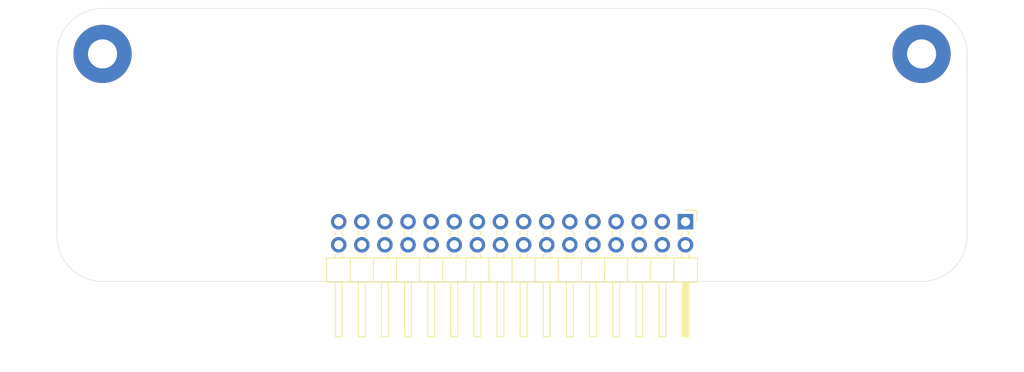
<source format=kicad_pcb>
(kicad_pcb (version 20171130) (host pcbnew "(5.1.9-0-10_14)")

  (general
    (thickness 1.6)
    (drawings 8)
    (tracks 0)
    (zones 0)
    (modules 4)
    (nets 1)
  )

  (page A4)
  (layers
    (0 F.Cu signal)
    (31 B.Cu signal)
    (32 B.Adhes user)
    (33 F.Adhes user)
    (34 B.Paste user)
    (35 F.Paste user)
    (36 B.SilkS user)
    (37 F.SilkS user)
    (38 B.Mask user)
    (39 F.Mask user)
    (40 Dwgs.User user)
    (41 Cmts.User user)
    (42 Eco1.User user)
    (43 Eco2.User user)
    (44 Edge.Cuts user)
    (45 Margin user)
    (46 B.CrtYd user)
    (47 F.CrtYd user)
    (48 B.Fab user)
    (49 F.Fab user)
  )

  (setup
    (last_trace_width 0.25)
    (trace_clearance 0.2)
    (zone_clearance 0.508)
    (zone_45_only no)
    (trace_min 0.2)
    (via_size 0.8)
    (via_drill 0.4)
    (via_min_size 0.4)
    (via_min_drill 0.3)
    (uvia_size 0.3)
    (uvia_drill 0.1)
    (uvias_allowed no)
    (uvia_min_size 0.2)
    (uvia_min_drill 0.1)
    (edge_width 0.05)
    (segment_width 0.2)
    (pcb_text_width 0.3)
    (pcb_text_size 1.5 1.5)
    (mod_edge_width 0.12)
    (mod_text_size 1 1)
    (mod_text_width 0.15)
    (pad_size 1.524 1.524)
    (pad_drill 0.762)
    (pad_to_mask_clearance 0)
    (aux_axis_origin 0 0)
    (visible_elements FFFFFF7F)
    (pcbplotparams
      (layerselection 0x010fc_ffffffff)
      (usegerberextensions false)
      (usegerberattributes true)
      (usegerberadvancedattributes true)
      (creategerberjobfile true)
      (excludeedgelayer true)
      (linewidth 0.100000)
      (plotframeref false)
      (viasonmask false)
      (mode 1)
      (useauxorigin false)
      (hpglpennumber 1)
      (hpglpenspeed 20)
      (hpglpendiameter 15.000000)
      (psnegative false)
      (psa4output false)
      (plotreference true)
      (plotvalue true)
      (plotinvisibletext false)
      (padsonsilk false)
      (subtractmaskfromsilk false)
      (outputformat 1)
      (mirror false)
      (drillshape 0)
      (scaleselection 1)
      (outputdirectory "Gerbers/"))
  )

  (net 0 "")

  (net_class Default "This is the default net class."
    (clearance 0.2)
    (trace_width 0.25)
    (via_dia 0.8)
    (via_drill 0.4)
    (uvia_dia 0.3)
    (uvia_drill 0.1)
  )

  (module nand7400-plaque:negative-14seg (layer F.Cu) (tedit 613A5FA6) (tstamp 613B26A8)
    (at 140.225 69.1675)
    (fp_text reference G*** (at 0 0) (layer F.SilkS) hide
      (effects (font (size 1.524 1.524) (thickness 0.3)))
    )
    (fp_text value LOGO (at 0.75 0) (layer F.SilkS) hide
      (effects (font (size 1.524 1.524) (thickness 0.3)))
    )
    (fp_poly (pts (xy -13.522015 5.071241) (xy -13.502111 5.211189) (xy -13.502105 5.213684) (xy -13.521467 5.35448)
      (xy -13.568116 5.414195) (xy -13.568947 5.41421) (xy -13.61588 5.356127) (xy -13.635784 5.216179)
      (xy -13.63579 5.213684) (xy -13.616428 5.072888) (xy -13.569779 5.013173) (xy -13.568947 5.013158)
      (xy -13.522015 5.071241)) (layer Eco2.User) (width 0.01))
    (fp_poly (pts (xy -34.573527 5.070237) (xy -34.557369 5.176318) (xy -34.582014 5.317849) (xy -34.624211 5.380789)
      (xy -34.67155 5.35467) (xy -34.69102 5.224624) (xy -34.691053 5.217629) (xy -34.672036 5.075137)
      (xy -34.626093 5.013238) (xy -34.624211 5.013158) (xy -34.573527 5.070237)) (layer Eco2.User) (width 0.01))
    (fp_poly (pts (xy 42.778947 8.355263) (xy -42.778947 8.355263) (xy -42.778947 6.65427) (xy -8.956842 6.65427)
      (xy -8.921369 6.784242) (xy -8.828914 6.977337) (xy -8.735308 7.135394) (xy -8.691026 7.157688)
      (xy -8.582853 7.175961) (xy -8.400713 7.19053) (xy -8.13453 7.201714) (xy -7.774227 7.209829)
      (xy -7.309728 7.215194) (xy -6.730957 7.218125) (xy -6.084911 7.218947) (xy -3.488238 7.218947)
      (xy -3.211492 6.888404) (xy -3.036544 6.679448) (xy 22.587583 6.679448) (xy 22.766095 6.949198)
      (xy 22.944607 7.218947) (xy 28.035203 7.218947) (xy 28.321812 6.937662) (xy 28.475196 6.773263)
      (xy 28.564871 6.65427) (xy 33.153684 6.65427) (xy 33.189158 6.784242) (xy 33.281612 6.977337)
      (xy 33.375218 7.135394) (xy 33.4195 7.157688) (xy 33.527673 7.175961) (xy 33.709813 7.19053)
      (xy 33.975996 7.201714) (xy 34.336299 7.209829) (xy 34.800798 7.215194) (xy 35.379569 7.218125)
      (xy 36.025615 7.218947) (xy 38.622288 7.218947) (xy 38.899035 6.888404) (xy 39.175781 6.557861)
      (xy 39.004683 6.286825) (xy 38.833586 6.015789) (xy 33.667886 6.015789) (xy 33.410785 6.294279)
      (xy 33.269654 6.460619) (xy 33.17627 6.596497) (xy 33.153684 6.65427) (xy 28.564871 6.65427)
      (xy 28.579202 6.635255) (xy 28.608421 6.567678) (xy 28.570611 6.444953) (xy 28.480444 6.279326)
      (xy 28.37281 6.129182) (xy 28.309175 6.066944) (xy 28.22888 6.055777) (xy 28.032938 6.045944)
      (xy 27.73938 6.037489) (xy 27.366239 6.030451) (xy 26.931546 6.024873) (xy 26.453331 6.020795)
      (xy 25.949627 6.01826) (xy 25.438464 6.017309) (xy 24.937874 6.017982) (xy 24.465889 6.020323)
      (xy 24.04054 6.024371) (xy 23.679858 6.030169) (xy 23.401875 6.037757) (xy 23.224621 6.047178)
      (xy 23.169454 6.055135) (xy 23.072052 6.126417) (xy 22.930562 6.267938) (xy 22.827252 6.386964)
      (xy 22.587583 6.679448) (xy -3.036544 6.679448) (xy -2.934745 6.557861) (xy -3.105843 6.286825)
      (xy -3.27694 6.015789) (xy -8.442641 6.015789) (xy -8.699741 6.294279) (xy -8.840872 6.460619)
      (xy -8.934256 6.596497) (xy -8.956842 6.65427) (xy -42.778947 6.65427) (xy -42.778947 5.667631)
      (xy -41.008022 5.667631) (xy -41.004601 5.777146) (xy -40.994424 5.855489) (xy -40.978194 5.913978)
      (xy -40.956616 5.963933) (xy -40.937403 6.002494) (xy -40.842917 6.14477) (xy -40.750295 6.214801)
      (xy -40.738579 6.216315) (xy -40.651611 6.165034) (xy -40.52762 6.03342) (xy -40.442764 5.920308)
      (xy -40.388012 5.838571) (xy -40.342575 5.758591) (xy -40.303958 5.665543) (xy -40.269666 5.544603)
      (xy -40.237204 5.380944) (xy -40.204077 5.15974) (xy -40.167789 4.866168) (xy -40.125847 4.485399)
      (xy -40.075753 4.002611) (xy -40.015014 3.402976) (xy -40.008902 3.342392) (xy -39.955712 2.800592)
      (xy -39.909203 2.298239) (xy -39.88153 1.977519) (xy -36.393025 1.977519) (xy -36.386833 2.147094)
      (xy -36.360725 2.332436) (xy -36.310509 2.553911) (xy -36.231992 2.831883) (xy -36.120981 3.186718)
      (xy -35.973284 3.63878) (xy -35.894567 3.876842) (xy -35.784171 4.21685) (xy -35.667412 4.586944)
      (xy -35.567554 4.913268) (xy -35.557711 4.946315) (xy -35.41066 5.337535) (xy -35.239823 5.598404)
      (xy -35.044108 5.730316) (xy -34.929069 5.748421) (xy -34.779692 5.692494) (xy -34.724098 5.598026)
      (xy -34.688161 5.507015) (xy -34.66267 5.52648) (xy -34.63275 5.656682) (xy -34.56907 5.842317)
      (xy -34.466161 6.025263) (xy -34.351996 6.163805) (xy -34.257425 6.216313) (xy -34.177012 6.168099)
      (xy -34.058487 6.047665) (xy -34.018459 5.999077) (xy -33.898679 5.84278) (xy -33.813331 5.723654)
      (xy -33.800966 5.704257) (xy -33.795269 5.677071) (xy -30.510435 5.677071) (xy -30.500673 5.797154)
      (xy -30.480296 5.887628) (xy -30.449828 5.96572) (xy -30.441004 5.984675) (xy -30.33998 6.154498)
      (xy -30.241087 6.202548) (xy -30.121804 6.129575) (xy -30.007933 5.999077) (xy -29.937702 5.91346)
      (xy -29.881048 5.844838) (xy -29.835106 5.778869) (xy -29.797013 5.70121) (xy -29.786292 5.667631)
      (xy -24.030127 5.667631) (xy -24.026707 5.777146) (xy -24.016529 5.855489) (xy -24.000299 5.913978)
      (xy -23.978721 5.963933) (xy -23.959509 6.002494) (xy -23.865023 6.14477) (xy -23.7724 6.214801)
      (xy -23.760684 6.216315) (xy -23.6736 6.165041) (xy -23.549675 6.033512) (xy -23.465948 5.921875)
      (xy -23.421176 5.859255) (xy -23.383455 5.806011) (xy -23.350937 5.750793) (xy -23.321773 5.682252)
      (xy -23.320236 5.677071) (xy -19.949382 5.677071) (xy -19.93962 5.797154) (xy -19.919244 5.887628)
      (xy -19.888775 5.96572) (xy -19.879952 5.984675) (xy -19.778928 6.154498) (xy -19.680034 6.202548)
      (xy -19.560751 6.129575) (xy -19.44688 5.999077) (xy -19.3271 5.84278) (xy -19.241752 5.723654)
      (xy -19.229387 5.704257) (xy -19.212068 5.621622) (xy -19.183658 5.4217) (xy -19.146004 5.12026)
      (xy -19.100947 4.733072) (xy -19.050333 4.275907) (xy -18.996005 3.764533) (xy -18.949249 3.308585)
      (xy -18.828923 2.116186) (xy -15.351152 2.116186) (xy -15.332545 2.295297) (xy -15.289465 2.4755)
      (xy -15.245773 2.61617) (xy -15.034966 3.265473) (xy -14.848273 3.844251) (xy -14.690083 4.33878)
      (xy -14.564782 4.73534) (xy -14.476757 5.02021) (xy -14.469767 5.043376) (xy -14.336795 5.381435)
      (xy -14.178314 5.611527) (xy -14.003314 5.726788) (xy -13.82079 5.720351) (xy -13.691184 5.637798)
      (xy -13.600582 5.564954) (xy -13.571296 5.588151) (xy -13.568947 5.646619) (xy -13.533201 5.790851)
      (xy -13.445468 5.962454) (xy -13.335008 6.116362) (xy -13.231079 6.207509) (xy -13.199075 6.216315)
      (xy -13.11243 6.165043) (xy -12.988655 6.03345) (xy -12.903817 5.920308) (xy -12.849157 5.83872)
      (xy -12.80378 5.758888) (xy -12.7652 5.666021) (xy -12.730931 5.545327) (xy -12.718225 5.481367)
      (xy -8.444704 5.481367) (xy -8.423048 5.696012) (xy -8.348436 5.800505) (xy -8.216377 5.802895)
      (xy -8.084293 5.746493) (xy -8.010958 5.677071) (xy -2.971487 5.677071) (xy -2.961725 5.797154)
      (xy -2.941349 5.887628) (xy -2.91088 5.96572) (xy -2.902057 5.984675) (xy -2.801033 6.154498)
      (xy -2.70214 6.202548) (xy -2.582856 6.129575) (xy -2.468986 5.999077) (xy -2.398755 5.91346)
      (xy -2.342101 5.844838) (xy -2.296159 5.778869) (xy -2.289421 5.765131) (xy 4.278681 5.765131)
      (xy 4.338909 5.791788) (xy 4.496004 5.80997) (xy 4.671358 5.815263) (xy 5.064821 5.815263)
      (xy 5.08587 5.667631) (xy 18.080399 5.667631) (xy 18.08382 5.777146) (xy 18.093997 5.855489)
      (xy 18.110228 5.913978) (xy 18.131805 5.963933) (xy 18.151018 6.002494) (xy 18.245504 6.14477)
      (xy 18.338126 6.214801) (xy 18.349842 6.216315) (xy 18.436926 6.165041) (xy 18.560852 6.033512)
      (xy 18.644579 5.921875) (xy 18.68935 5.859255) (xy 18.727071 5.806011) (xy 18.759589 5.750793)
      (xy 18.788753 5.682252) (xy 18.79029 5.677071) (xy 22.161144 5.677071) (xy 22.170906 5.797154)
      (xy 22.191283 5.887628) (xy 22.221751 5.96572) (xy 22.230574 5.984675) (xy 22.331599 6.154498)
      (xy 22.430492 6.202548) (xy 22.549775 6.129575) (xy 22.663646 5.999077) (xy 22.783427 5.84278)
      (xy 22.868774 5.723654) (xy 22.881139 5.704257) (xy 22.898459 5.621622) (xy 22.923353 5.446433)
      (xy 23.139714 5.446433) (xy 23.143061 5.624808) (xy 23.171401 5.722949) (xy 23.203253 5.755424)
      (xy 23.291942 5.804955) (xy 23.364018 5.797836) (xy 23.441408 5.758558) (xy 28.536941 5.758558)
      (xy 28.678395 5.987437) (xy 28.789167 6.132747) (xy 28.89008 6.211611) (xy 28.911451 6.216315)
      (xy 28.998096 6.165043) (xy 29.121871 6.03345) (xy 29.20671 5.920308) (xy 29.26137 5.83872)
      (xy 29.306746 5.758888) (xy 29.34455 5.667887) (xy 32.65202 5.667887) (xy 32.655527 5.777587)
      (xy 32.665829 5.85617) (xy 32.682226 5.91496) (xy 32.704021 5.965283) (xy 32.724398 6.006105)
      (xy 32.827386 6.156985) (xy 32.93786 6.191072) (xy 33.070013 6.105802) (xy 33.225969 5.915526)
      (xy 33.298104 5.806305) (xy 33.354337 5.691036) (xy 33.371084 5.638057) (xy 33.654727 5.638057)
      (xy 33.678913 5.733035) (xy 33.705152 5.760176) (xy 33.828496 5.810073) (xy 33.96184 5.778686)
      (xy 34.026233 5.746493) (xy 34.099568 5.677071) (xy 39.139039 5.677071) (xy 39.148801 5.797154)
      (xy 39.169177 5.887628) (xy 39.199646 5.96572) (xy 39.208469 5.984675) (xy 39.309493 6.154498)
      (xy 39.408387 6.202548) (xy 39.52767 6.129575) (xy 39.641541 5.999077) (xy 39.711771 5.91346)
      (xy 39.768426 5.844838) (xy 39.814367 5.778869) (xy 39.85246 5.70121) (xy 39.885569 5.597519)
      (xy 39.916557 5.453452) (xy 39.94829 5.254667) (xy 39.983629 4.986821) (xy 40.025441 4.635573)
      (xy 40.076589 4.186578) (xy 40.139936 3.625494) (xy 40.172105 3.342105) (xy 40.221373 2.910123)
      (xy 40.270948 2.476733) (xy 40.316562 2.079145) (xy 40.353949 1.754567) (xy 40.37084 1.608781)
      (xy 40.400808 1.331467) (xy 40.408656 1.146413) (xy 40.388849 1.013226) (xy 40.335857 0.891516)
      (xy 40.254115 0.756664) (xy 40.137952 0.591847) (xy 40.041152 0.487345) (xy 40.005 0.468016)
      (xy 39.925557 0.515991) (xy 39.805759 0.636566) (xy 39.758045 0.693631) (xy 39.715026 0.745551)
      (xy 39.678989 0.791216) (xy 39.648179 0.842555) (xy 39.620844 0.911495) (xy 39.595231 1.009962)
      (xy 39.569586 1.149885) (xy 39.542157 1.343191) (xy 39.51119 1.601807) (xy 39.474932 1.937659)
      (xy 39.43163 2.362677) (xy 39.37953 2.888786) (xy 39.316881 3.527914) (xy 39.267713 4.029543)
      (xy 39.216574 4.556089) (xy 39.178658 4.966887) (xy 39.153446 5.279165) (xy 39.140413 5.51015)
      (xy 39.139039 5.677071) (xy 34.099568 5.677071) (xy 34.132347 5.646042) (xy 34.248234 5.474108)
      (xy 34.289215 5.395572) (xy 34.404814 5.168996) (xy 34.548684 4.907766) (xy 34.623571 4.77921)
      (xy 34.758673 4.54549) (xy 34.883857 4.31621) (xy 34.93758 4.211052) (xy 35.019807 4.052496)
      (xy 35.080258 3.953333) (xy 35.088622 3.943684) (xy 35.140159 3.869057) (xy 35.227165 3.719734)
      (xy 35.269241 3.642894) (xy 35.40065 3.402209) (xy 35.540759 3.150891) (xy 35.564962 3.108158)
      (xy 35.764544 2.744929) (xy 35.903668 2.45472) (xy 35.996307 2.199504) (xy 36.056434 1.941255)
      (xy 36.095499 1.664367) (xy 36.123602 1.332152) (xy 36.115692 1.119076) (xy 36.068685 1.014714)
      (xy 35.979493 1.008639) (xy 35.911669 1.043207) (xy 35.799737 1.150335) (xy 35.688264 1.308507)
      (xy 35.68794 1.309073) (xy 35.614274 1.43701) (xy 35.489029 1.653291) (xy 35.327953 1.930768)
      (xy 35.146795 2.242294) (xy 35.090221 2.339473) (xy 34.756864 2.912009) (xy 34.484101 3.381944)
      (xy 34.265486 3.762339) (xy 34.094572 4.066252) (xy 33.964913 4.306743) (xy 33.870064 4.496872)
      (xy 33.803579 4.649698) (xy 33.75901 4.77828) (xy 33.729912 4.895677) (xy 33.709839 5.01495)
      (xy 33.692345 5.149157) (xy 33.688563 5.179139) (xy 33.65818 5.461712) (xy 33.654727 5.638057)
      (xy 33.371084 5.638057) (xy 33.400104 5.546258) (xy 33.440844 5.348515) (xy 33.481992 5.074346)
      (xy 33.528986 4.700293) (xy 33.551297 4.511842) (xy 33.608213 4.026856) (xy 33.673914 3.467469)
      (xy 33.741541 2.892046) (xy 33.804238 2.35895) (xy 33.825199 2.180836) (xy 33.965825 0.986146)
      (xy 33.773073 0.747995) (xy 33.641025 0.598855) (xy 33.533316 0.501102) (xy 33.504484 0.484564)
      (xy 33.426162 0.520238) (xy 33.31401 0.639508) (xy 33.256604 0.71926) (xy 33.196014 0.820583)
      (xy 33.147374 0.933277) (xy 33.106698 1.078207) (xy 33.069996 1.27624) (xy 33.033283 1.548243)
      (xy 32.992571 1.915084) (xy 32.952437 2.311064) (xy 32.876427 3.077403) (xy 32.812802 3.722024)
      (xy 32.760865 4.256253) (xy 32.719915 4.691414) (xy 32.689255 5.038833) (xy 32.668185 5.309835)
      (xy 32.656006 5.515745) (xy 32.65202 5.667887) (xy 29.34455 5.667887) (xy 29.345326 5.666021)
      (xy 29.379595 5.545327) (xy 29.412039 5.382015) (xy 29.445145 5.161292) (xy 29.481398 4.868369)
      (xy 29.523285 4.488453) (xy 29.573292 4.006753) (xy 29.633904 3.408477) (xy 29.641418 3.334006)
      (xy 29.703204 2.717123) (xy 29.751655 2.218841) (xy 29.7875 1.824819) (xy 29.81147 1.520714)
      (xy 29.824293 1.292186) (xy 29.826699 1.124893) (xy 29.819418 1.004494) (xy 29.80318 0.916646)
      (xy 29.778714 0.847009) (xy 29.769024 0.825719) (xy 29.648148 0.606437) (xy 29.538422 0.50965)
      (xy 29.416655 0.528652) (xy 29.259656 0.656739) (xy 29.242812 0.673585) (xy 29.189876 0.723248)
      (xy 29.145947 0.762742) (xy 29.109152 0.803808) (xy 29.077613 0.858188) (xy 29.049456 0.937624)
      (xy 29.022806 1.053856) (xy 28.995787 1.218626) (xy 28.966525 1.443677) (xy 28.933143 1.740749)
      (xy 28.893767 2.121584) (xy 28.846521 2.597923) (xy 28.78953 3.181509) (xy 28.720918 3.884081)
      (xy 28.706383 4.032305) (xy 28.536941 5.758558) (xy 23.441408 5.758558) (xy 23.465181 5.746493)
      (xy 23.571294 5.646042) (xy 23.687181 5.474108) (xy 23.728163 5.395572) (xy 23.843761 5.168996)
      (xy 23.987632 4.907766) (xy 24.062518 4.77921) (xy 24.197621 4.54549) (xy 24.322804 4.31621)
      (xy 24.376528 4.211052) (xy 24.458755 4.052496) (xy 24.519206 3.953333) (xy 24.52757 3.943684)
      (xy 24.579106 3.869057) (xy 24.666113 3.719734) (xy 24.708189 3.642894) (xy 24.839598 3.402209)
      (xy 24.979707 3.150891) (xy 25.00391 3.108158) (xy 25.203492 2.744929) (xy 25.342615 2.45472)
      (xy 25.435254 2.199504) (xy 25.495382 1.941255) (xy 25.534447 1.664367) (xy 25.562549 1.332152)
      (xy 25.55464 1.119076) (xy 25.507632 1.014714) (xy 25.418441 1.008639) (xy 25.350616 1.043207)
      (xy 25.238685 1.150335) (xy 25.127211 1.308507) (xy 25.126888 1.309073) (xy 25.05323 1.43702)
      (xy 24.928012 1.65332) (xy 24.766981 1.930819) (xy 24.585882 2.242366) (xy 24.529373 2.339473)
      (xy 24.197893 2.908715) (xy 23.926831 3.375104) (xy 23.709882 3.75163) (xy 23.540741 4.051285)
      (xy 23.413103 4.287058) (xy 23.320663 4.47194) (xy 23.257117 4.61892) (xy 23.216159 4.740989)
      (xy 23.191484 4.851138) (xy 23.176787 4.962355) (xy 23.165764 5.087632) (xy 23.159453 5.161942)
      (xy 23.139714 5.446433) (xy 22.923353 5.446433) (xy 22.926868 5.4217) (xy 22.964523 5.12026)
      (xy 23.009579 4.733072) (xy 23.060193 4.275907) (xy 23.114521 3.764533) (xy 23.161277 3.308585)
      (xy 23.3952 0.990497) (xy 23.261284 0.80243) (xy 23.170148 0.654747) (xy 23.127754 0.547234)
      (xy 23.127368 0.541129) (xy 23.090056 0.469707) (xy 22.99301 0.494004) (xy 22.858564 0.604208)
      (xy 22.78015 0.693631) (xy 22.737132 0.745551) (xy 22.701094 0.791216) (xy 22.670284 0.842555)
      (xy 22.642949 0.911495) (xy 22.617336 1.009962) (xy 22.591691 1.149885) (xy 22.564262 1.343191)
      (xy 22.533295 1.601807) (xy 22.497037 1.937659) (xy 22.453735 2.362677) (xy 22.401636 2.888786)
      (xy 22.338986 3.527914) (xy 22.289819 4.029543) (xy 22.238679 4.556089) (xy 22.200764 4.966887)
      (xy 22.175551 5.279165) (xy 22.162518 5.51015) (xy 22.161144 5.677071) (xy 18.79029 5.677071)
      (xy 18.81641 5.589037) (xy 18.844407 5.4598) (xy 18.874593 5.283189) (xy 18.908816 5.047856)
      (xy 18.948922 4.742451) (xy 18.99676 4.355624) (xy 19.054177 3.876025) (xy 19.123022 3.292304)
      (xy 19.205141 2.593112) (xy 19.25362 2.180836) (xy 19.394246 0.986146) (xy 19.201494 0.747995)
      (xy 19.069446 0.598855) (xy 18.961737 0.501102) (xy 18.932905 0.484564) (xy 18.854583 0.520238)
      (xy 18.742431 0.639508) (xy 18.685025 0.71926) (xy 18.624435 0.820583) (xy 18.575795 0.933277)
      (xy 18.535119 1.078207) (xy 18.498417 1.27624) (xy 18.461704 1.548243) (xy 18.420992 1.915084)
      (xy 18.380858 2.311064) (xy 18.304851 3.077431) (xy 18.24124 3.722076) (xy 18.189318 4.256318)
      (xy 18.148382 4.691475) (xy 18.117727 5.038866) (xy 18.096648 5.30981) (xy 18.08444 5.515626)
      (xy 18.080399 5.667631) (xy 5.08587 5.667631) (xy 5.105326 5.531184) (xy 5.122606 5.395457)
      (xy 5.152375 5.145498) (xy 5.192492 4.799955) (xy 5.240818 4.377476) (xy 5.295211 3.896711)
      (xy 5.353532 3.376308) (xy 5.381974 3.12077) (xy 5.618117 0.994436) (xy 5.466032 0.802581)
      (xy 5.302198 0.627847) (xy 5.167314 0.568267) (xy 5.037709 0.616102) (xy 4.9973 0.649351)
      (xy 4.944535 0.696411) (xy 4.899271 0.741421) (xy 4.859881 0.795032) (xy 4.824737 0.8679)
      (xy 4.79221 0.970678) (xy 4.760672 1.114021) (xy 4.728494 1.308583) (xy 4.694049 1.565017)
      (xy 4.655708 1.893978) (xy 4.611843 2.306119) (xy 4.560825 2.812096) (xy 4.501027 3.422561)
      (xy 4.430819 4.148169) (xy 4.376342 4.712368) (xy 4.342477 5.065516) (xy 4.313669 5.370996)
      (xy 4.292188 5.60431) (xy 4.280308 5.740962) (xy 4.278681 5.765131) (xy -2.289421 5.765131)
      (xy -2.258066 5.70121) (xy -2.224957 5.597519) (xy -2.193969 5.453452) (xy -2.162237 5.254667)
      (xy -2.126897 4.986821) (xy -2.085085 4.635573) (xy -2.033938 4.186578) (xy -1.97059 3.625494)
      (xy -1.938421 3.342105) (xy -1.889153 2.910123) (xy -1.839579 2.476733) (xy -1.793965 2.079145)
      (xy -1.756577 1.754567) (xy -1.739686 1.608781) (xy -1.709718 1.331467) (xy -1.701871 1.146413)
      (xy -1.721677 1.013226) (xy -1.77467 0.891516) (xy -1.856411 0.756664) (xy -1.972574 0.591847)
      (xy -2.069374 0.487345) (xy -2.105526 0.468016) (xy -2.18497 0.515991) (xy -2.304768 0.636566)
      (xy -2.352481 0.693631) (xy -2.3955 0.745551) (xy -2.431538 0.791216) (xy -2.462347 0.842555)
      (xy -2.489682 0.911495) (xy -2.515296 1.009962) (xy -2.54094 1.149885) (xy -2.56837 1.343191)
      (xy -2.599337 1.601807) (xy -2.635595 1.937659) (xy -2.678897 2.362677) (xy -2.730996 2.888786)
      (xy -2.793646 3.527914) (xy -2.842813 4.029543) (xy -2.893953 4.556089) (xy -2.931868 4.966887)
      (xy -2.957081 5.279165) (xy -2.970113 5.51015) (xy -2.971487 5.677071) (xy -8.010958 5.677071)
      (xy -7.97818 5.646042) (xy -7.862293 5.474108) (xy -7.821311 5.395572) (xy -7.705713 5.168996)
      (xy -7.561842 4.907766) (xy -7.486955 4.77921) (xy -7.351853 4.54549) (xy -7.226669 4.31621)
      (xy -7.172946 4.211052) (xy -7.090719 4.052496) (xy -7.030268 3.953333) (xy -7.021904 3.943684)
      (xy -6.970368 3.869057) (xy -6.883361 3.719734) (xy -6.841285 3.642894) (xy -6.709876 3.402209)
      (xy -6.569767 3.150891) (xy -6.545564 3.108158) (xy -6.345982 2.744929) (xy -6.206858 2.45472)
      (xy -6.11422 2.199504) (xy -6.054092 1.941255) (xy -6.015027 1.664367) (xy -5.986924 1.332152)
      (xy -5.994834 1.119076) (xy -6.041842 1.014714) (xy -6.131033 1.008639) (xy -6.198858 1.043207)
      (xy -6.310789 1.150335) (xy -6.422263 1.308507) (xy -6.422586 1.309073) (xy -6.496252 1.43701)
      (xy -6.621498 1.653291) (xy -6.782573 1.930768) (xy -6.963732 2.242294) (xy -7.020306 2.339473)
      (xy -7.353959 2.9126) (xy -7.626929 3.38307) (xy -7.84566 3.763833) (xy -8.016596 4.067843)
      (xy -8.14618 4.308051) (xy -8.240857 4.497408) (xy -8.307071 4.648866) (xy -8.351264 4.775376)
      (xy -8.379882 4.889892) (xy -8.399367 5.005363) (xy -8.416164 5.134743) (xy -8.417891 5.148527)
      (xy -8.444704 5.481367) (xy -12.718225 5.481367) (xy -12.698487 5.382015) (xy -12.665382 5.161292)
      (xy -12.629128 4.868369) (xy -12.587242 4.488453) (xy -12.537235 4.006753) (xy -12.476622 3.408477)
      (xy -12.469109 3.334006) (xy -12.407322 2.717123) (xy -12.358871 2.218841) (xy -12.323026 1.824819)
      (xy -12.299056 1.520714) (xy -12.286233 1.292186) (xy -12.283827 1.124893) (xy -12.291108 1.004494)
      (xy -12.307346 0.916646) (xy -12.331813 0.847009) (xy -12.341502 0.825719) (xy -12.462349 0.606472)
      (xy -12.572177 0.509663) (xy -12.694385 0.528553) (xy -12.852372 0.656403) (xy -12.869706 0.673585)
      (xy -13.098154 0.902368) (xy -13.19754 1.938421) (xy -13.24059 2.388183) (xy -13.287301 2.877826)
      (xy -13.332451 3.352511) (xy -13.370818 3.7574) (xy -13.375785 3.81) (xy -13.421365 4.229752)
      (xy -13.467019 4.527186) (xy -13.512015 4.699382) (xy -13.555621 4.74342) (xy -13.592389 4.673414)
      (xy -13.628173 4.562087) (xy -13.700604 4.344838) (xy -13.802725 4.042114) (xy -13.927576 3.674365)
      (xy -14.068198 3.26204) (xy -14.217633 2.825587) (xy -14.368921 2.385456) (xy -14.511731 1.971842)
      (xy -14.625421 1.642654) (xy -14.721893 1.361865) (xy -14.793461 1.15196) (xy -14.832438 1.035427)
      (xy -14.83731 1.019342) (xy -14.896668 1.007454) (xy -15.033599 1.002631) (xy -15.164303 1.018159)
      (xy -15.229695 1.090606) (xy -15.264759 1.253289) (xy -15.316796 1.628395) (xy -15.345748 1.904956)
      (xy -15.351152 2.116186) (xy -18.828923 2.116186) (xy -18.715327 0.990497) (xy -18.849242 0.80243)
      (xy -18.940378 0.654747) (xy -18.982772 0.547234) (xy -18.983158 0.541129) (xy -19.02047 0.469707)
      (xy -19.117517 0.494004) (xy -19.251962 0.604208) (xy -19.330376 0.693631) (xy -19.373395 0.745551)
      (xy -19.409432 0.791216) (xy -19.440242 0.842555) (xy -19.467577 0.911495) (xy -19.49319 1.009962)
      (xy -19.518835 1.149885) (xy -19.546264 1.343191) (xy -19.577231 1.601807) (xy -19.613489 1.937659)
      (xy -19.656792 2.362677) (xy -19.708891 2.888786) (xy -19.77154 3.527914) (xy -19.820708 4.029543)
      (xy -19.871847 4.556089) (xy -19.909763 4.966887) (xy -19.934975 5.279165) (xy -19.948008 5.51015)
      (xy -19.949382 5.677071) (xy -23.320236 5.677071) (xy -23.294116 5.589037) (xy -23.266119 5.4598)
      (xy -23.235933 5.283189) (xy -23.201711 5.047856) (xy -23.161604 4.742451) (xy -23.113767 4.355624)
      (xy -23.056349 3.876025) (xy -22.987505 3.292304) (xy -22.905385 2.593112) (xy -22.856907 2.180836)
      (xy -22.71628 0.986146) (xy -22.909032 0.747995) (xy -23.04108 0.598855) (xy -23.148789 0.501102)
      (xy -23.177622 0.484564) (xy -23.255944 0.520238) (xy -23.368095 0.639508) (xy -23.425502 0.71926)
      (xy -23.486091 0.820583) (xy -23.534731 0.933277) (xy -23.575408 1.078207) (xy -23.612109 1.27624)
      (xy -23.648822 1.548243) (xy -23.689534 1.915084) (xy -23.729668 2.311064) (xy -23.805675 3.077431)
      (xy -23.869287 3.722076) (xy -23.921208 4.256318) (xy -23.962144 4.691475) (xy -23.992799 5.038866)
      (xy -24.013878 5.30981) (xy -24.026086 5.515626) (xy -24.030127 5.667631) (xy -29.786292 5.667631)
      (xy -29.763905 5.597519) (xy -29.732916 5.453452) (xy -29.701184 5.254667) (xy -29.665844 4.986821)
      (xy -29.624033 4.635573) (xy -29.572885 4.186578) (xy -29.509538 3.625494) (xy -29.477369 3.342105)
      (xy -29.4281 2.910123) (xy -29.378526 2.476733) (xy -29.332912 2.079145) (xy -29.295525 1.754567)
      (xy -29.278634 1.608781) (xy -29.248665 1.331467) (xy -29.240818 1.146413) (xy -29.260624 1.013226)
      (xy -29.313617 0.891516) (xy -29.395358 0.756664) (xy -29.511521 0.591847) (xy -29.608322 0.487345)
      (xy -29.644474 0.468016) (xy -29.723917 0.515991) (xy -29.843715 0.636566) (xy -29.891429 0.693631)
      (xy -29.934447 0.745551) (xy -29.970485 0.791216) (xy -30.001295 0.842555) (xy -30.02863 0.911495)
      (xy -30.054243 1.009962) (xy -30.079888 1.149885) (xy -30.107317 1.343191) (xy -30.138284 1.601807)
      (xy -30.174542 1.937659) (xy -30.217844 2.362677) (xy -30.269943 2.888786) (xy -30.332593 3.527914)
      (xy -30.38176 4.029543) (xy -30.4329 4.556089) (xy -30.470815 4.966887) (xy -30.496028 5.279165)
      (xy -30.509061 5.51015) (xy -30.510435 5.677071) (xy -33.795269 5.677071) (xy -33.783647 5.621622)
      (xy -33.755237 5.4217) (xy -33.717583 5.12026) (xy -33.672526 4.733072) (xy -33.621912 4.275907)
      (xy -33.567584 3.764533) (xy -33.520828 3.308585) (xy -33.286906 0.990497) (xy -33.420821 0.80243)
      (xy -33.511957 0.654747) (xy -33.554351 0.547234) (xy -33.554737 0.541129) (xy -33.59423 0.469809)
      (xy -33.697799 0.491214) (xy -33.843077 0.59609) (xy -33.948865 0.704168) (xy -34.070849 0.846545)
      (xy -34.145429 0.940238) (xy -34.156316 0.958351) (xy -34.162737 1.02694) (xy -34.180795 1.210443)
      (xy -34.208687 1.490766) (xy -34.244608 1.849817) (xy -34.286752 2.269503) (xy -34.323421 2.633628)
      (xy -34.369841 3.103007) (xy -34.411305 3.539489) (xy -34.445931 3.921837) (xy -34.471834 4.228814)
      (xy -34.487134 4.439183) (xy -34.490526 4.518392) (xy -34.506084 4.68972) (xy -34.549843 4.734601)
      (xy -34.617435 4.656248) (xy -34.704491 4.457869) (xy -34.749598 4.328026) (xy -34.812202 4.140485)
      (xy -34.909931 3.851916) (xy -35.034153 3.487607) (xy -35.176236 3.072852) (xy -35.327548 2.632941)
      (xy -35.382661 2.473158) (xy -35.542269 2.011828) (xy -35.665756 1.661346) (xy -35.760621 1.40619)
      (xy -35.834361 1.230838) (xy -35.894473 1.11977) (xy -35.948457 1.057465) (xy -36.00381 1.028402)
      (xy -36.068028 1.017059) (xy -36.087004 1.015107) (xy -36.231 1.006474) (xy -36.295525 1.014159)
      (xy -36.295771 1.015107) (xy -36.303197 1.086388) (xy -36.322575 1.258553) (xy -36.350296 1.499706)
      (xy -36.362432 1.60421) (xy -36.383494 1.803346) (xy -36.393025 1.977519) (xy -39.88153 1.977519)
      (xy -39.870659 1.851534) (xy -39.841365 1.47668) (xy -39.822603 1.18988) (xy -39.815657 1.007335)
      (xy -39.819173 0.948005) (xy -39.894198 0.794999) (xy -40.000561 0.635434) (xy -40.10639 0.51223)
      (xy -40.175709 0.467894) (xy -40.246192 0.518975) (xy -40.353585 0.648132) (xy -40.406245 0.723564)
      (xy -40.466001 0.824156) (xy -40.514157 0.937693) (xy -40.554658 1.084962) (xy -40.591451 1.286751)
      (xy -40.628481 1.563849) (xy -40.669693 1.937043) (xy -40.707563 2.311064) (xy -40.78357 3.077431)
      (xy -40.847181 3.722076) (xy -40.899103 4.256318) (xy -40.940039 4.691475) (xy -40.970694 5.038866)
      (xy -40.991773 5.30981) (xy -41.003981 5.515626) (xy -41.008022 5.667631) (xy -42.778947 5.667631)
      (xy -42.778947 0.216063) (xy -29.408566 0.216063) (xy -29.275862 0.402429) (xy -29.185208 0.549613)
      (xy -29.143469 0.656574) (xy -29.143158 0.662029) (xy -29.083733 0.694047) (xy -28.902859 0.716736)
      (xy -28.596635 0.730374) (xy -28.161162 0.735243) (xy -28.126634 0.735263) (xy -27.11011 0.735263)
      (xy -26.856634 0.48775) (xy -26.694357 0.301165) (xy -26.053003 0.301165) (xy -25.962017 0.494791)
      (xy -25.930185 0.541129) (xy -25.79195 0.735263) (xy -23.901689 0.735263) (xy -23.648213 0.48775)
      (xy -23.470759 0.283715) (xy -23.442347 0.205713) (xy -5.031537 0.205713) (xy -5.001606 0.3186)
      (xy -4.942141 0.403496) (xy -4.851448 0.546063) (xy -4.814118 0.65171) (xy -4.778521 0.686352)
      (xy -4.663417 0.710748) (xy -4.454189 0.726153) (xy -4.136224 0.733824) (xy -3.841662 0.735263)
      (xy -2.870693 0.735263) (xy -2.568272 0.432842) (xy -2.351493 0.216063) (xy 12.70196 0.216063)
      (xy 12.834664 0.402429) (xy 12.925318 0.549613) (xy 12.967058 0.656574) (xy 12.967368 0.662029)
      (xy 13.026793 0.694047) (xy 13.207667 0.716736) (xy 13.513891 0.730374) (xy 13.949365 0.735243)
      (xy 13.983892 0.735263) (xy 15.000416 0.735263) (xy 15.253892 0.48775) (xy 15.416169 0.301165)
      (xy 16.057523 0.301165) (xy 16.148509 0.494791) (xy 16.180341 0.541129) (xy 16.318577 0.735263)
      (xy 18.208837 0.735263) (xy 18.462313 0.48775) (xy 18.639768 0.283715) (xy 18.703583 0.108518)
      (xy 18.6577 -0.072616) (xy 18.545282 -0.244349) (xy 18.374775 -0.467895) (xy 17.459098 -0.465769)
      (xy 17.070624 -0.462957) (xy 16.790533 -0.451619) (xy 16.593526 -0.424265) (xy 16.454306 -0.373402)
      (xy 16.347574 -0.291538) (xy 16.248032 -0.171182) (xy 16.190046 -0.089945) (xy 16.071122 0.122271)
      (xy 16.057523 0.301165) (xy 15.416169 0.301165) (xy 15.431346 0.283715) (xy 15.495162 0.108518)
      (xy 15.449279 -0.072616) (xy 15.336861 -0.244349) (xy 15.166354 -0.467895) (xy 14.250677 -0.467813)
      (xy 13.85804 -0.465514) (xy 13.57179 -0.452306) (xy 13.364639 -0.418605) (xy 13.209297 -0.354827)
      (xy 13.078474 -0.251387) (xy 12.94488 -0.0987) (xy 12.849015 0.024479) (xy 12.70196 0.216063)
      (xy -2.351493 0.216063) (xy -2.265851 0.130422) (xy -2.402926 -0.062081) (xy -2.4951 -0.208807)
      (xy -2.539327 -0.313172) (xy -2.54 -0.320667) (xy -2.562114 -0.376461) (xy -2.639744 -0.416722)
      (xy -2.789824 -0.443704) (xy -3.029286 -0.459663) (xy -3.375063 -0.466852) (xy -3.645657 -0.467895)
      (xy -4.006739 -0.467085) (xy -4.259395 -0.461759) (xy -4.428881 -0.44757) (xy -4.540454 -0.420173)
      (xy -4.619373 -0.375222) (xy -4.690894 -0.308373) (xy -4.714038 -0.284079) (xy -4.858599 -0.111061)
      (xy -4.973092 0.059442) (xy -4.978451 0.069285) (xy -5.031537 0.205713) (xy -23.442347 0.205713)
      (xy -23.406943 0.108518) (xy -23.452826 -0.072616) (xy -23.565244 -0.244349) (xy -23.735751 -0.467895)
      (xy -24.651428 -0.465769) (xy -25.039902 -0.462957) (xy -25.319993 -0.451619) (xy -25.517 -0.424265)
      (xy -25.656221 -0.373402) (xy -25.762953 -0.291538) (xy -25.862494 -0.171182) (xy -25.920481 -0.089945)
      (xy -26.039404 0.122271) (xy -26.053003 0.301165) (xy -26.694357 0.301165) (xy -26.67918 0.283715)
      (xy -26.615365 0.108518) (xy -26.661247 -0.072616) (xy -26.773665 -0.244349) (xy -26.944172 -0.467895)
      (xy -27.859849 -0.467813) (xy -28.252487 -0.465514) (xy -28.538736 -0.452306) (xy -28.745887 -0.418605)
      (xy -28.90123 -0.354827) (xy -29.032053 -0.251387) (xy -29.165647 -0.0987) (xy -29.261511 0.024479)
      (xy -29.408566 0.216063) (xy -42.778947 0.216063) (xy -42.778947 -0.847866) (xy -40.414393 -0.847866)
      (xy -40.406239 -0.691582) (xy -40.375687 -0.568198) (xy -40.320353 -0.44441) (xy -40.302805 -0.410333)
      (xy -40.200356 -0.244803) (xy -40.104516 -0.185421) (xy -39.991914 -0.234492) (xy -39.839184 -0.394324)
      (xy -39.784204 -0.461531) (xy -39.721581 -0.542438) (xy -39.67143 -0.622677) (xy -39.63032 -0.71985)
      (xy -39.594821 -0.85156) (xy -39.561503 -1.035408) (xy -39.526936 -1.288996) (xy -39.48769 -1.629927)
      (xy -39.440335 -2.075803) (xy -39.406993 -2.397252) (xy -39.333582 -3.105916) (xy -39.2729 -3.693926)
      (xy -39.224334 -4.173646) (xy -39.189082 -4.538717) (xy -39.018361 -4.538717) (xy -39.003546 -4.389543)
      (xy -38.968093 -4.213683) (xy -38.907079 -3.989242) (xy -38.815577 -3.694322) (xy -38.688663 -3.307028)
      (xy -38.600182 -3.041316) (xy -38.459654 -2.616792) (xy -38.327824 -2.212072) (xy -38.212854 -1.852722)
      (xy -38.122909 -1.564307) (xy -38.066153 -1.372392) (xy -38.06012 -1.350175) (xy -37.955393 -1.003648)
      (xy -37.852179 -0.775207) (xy -37.740582 -0.64974) (xy -37.610707 -0.612138) (xy -37.578152 -0.614219)
      (xy -37.489265 -0.631393) (xy -37.431733 -0.67634) (xy -37.393979 -0.776748) (xy -37.38097 -0.857549)
      (xy -33.937064 -0.857549) (xy -33.926601 -0.70712) (xy -33.890901 -0.581327) (xy -33.827041 -0.444157)
      (xy -33.816642 -0.423852) (xy -33.722833 -0.256175) (xy -33.650176 -0.152408) (xy -33.627781 -0.135751)
      (xy -33.568827 -0.185887) (xy -33.459677 -0.31253) (xy -33.372301 -0.424574) (xy -33.156444 -0.711331)
      (xy -33.140839 -0.847866) (xy -29.85334 -0.847866) (xy -29.845187 -0.691582) (xy -29.814634 -0.568198)
      (xy -29.759301 -0.44441) (xy -29.741752 -0.410333) (xy -29.642566 -0.256118) (xy -29.552771 -0.175139)
      (xy -29.522619 -0.171815) (xy -29.443621 -0.242342) (xy -29.329295 -0.388858) (xy -29.259849 -0.492599)
      (xy -29.19463 -0.60451) (xy -29.174113 -0.651388) (xy -23.468072 -0.651388) (xy -23.296772 -0.392536)
      (xy -23.185484 -0.239367) (xy -23.099623 -0.147614) (xy -23.076289 -0.135751) (xy -23.011729 -0.186085)
      (xy -22.899257 -0.312952) (xy -22.8155 -0.41983) (xy -22.768287 -0.479416) (xy -22.728799 -0.528102)
      (xy -22.695283 -0.57732) (xy -22.665992 -0.6385) (xy -22.639175 -0.723073) (xy -22.613083 -0.842471)
      (xy -22.610615 -0.857549) (xy -19.365486 -0.857549) (xy -19.355022 -0.70712) (xy -19.319322 -0.581327)
      (xy -19.255462 -0.444157) (xy -19.245064 -0.423852) (xy -19.150095 -0.255581) (xy -19.074783 -0.150865)
      (xy -19.050678 -0.133685) (xy -18.986182 -0.18154) (xy -18.873267 -0.30314) (xy -18.806269 -0.384342)
      (xy -18.678041 -0.549557) (xy -18.583423 -0.678481) (xy -18.560619 -0.713004) (xy -18.539147 -0.799337)
      (xy -18.508208 -1.003387) (xy -18.467522 -1.327646) (xy -18.416808 -1.774604) (xy -18.355787 -2.346754)
      (xy -18.284177 -3.046585) (xy -18.201698 -3.876589) (xy -18.182021 -4.077369) (xy -18.148738 -4.409012)
      (xy -18.127241 -4.61442) (xy -17.956092 -4.61442) (xy -17.938658 -4.343676) (xy -17.879647 -4.064571)
      (xy -17.771249 -3.724299) (xy -17.754363 -3.676316) (xy -17.701196 -3.519808) (xy -17.615866 -3.260971)
      (xy -17.506542 -2.924934) (xy -17.381394 -2.536821) (xy -17.248593 -2.121761) (xy -17.232775 -2.072106)
      (xy -17.10396 -1.673004) (xy -16.985001 -1.314667) (xy -16.883011 -1.017715) (xy -16.805103 -0.802765)
      (xy -16.758389 -0.690437) (xy -16.753162 -0.681753) (xy -16.643465 -0.622806) (xy -16.515722 -0.61491)
      (xy -16.430121 -0.632601) (xy -16.379413 -0.675764) (xy -12.902208 -0.675764) (xy -12.76297 -0.408631)
      (xy -12.663996 -0.255041) (xy -12.574359 -0.174853) (xy -12.544724 -0.171815) (xy -12.466004 -0.242243)
      (xy -12.351506 -0.388993) (xy -12.27934 -0.496732) (xy -12.207939 -0.620768) (xy -12.189729 -0.663835)
      (xy -2.412153 -0.663835) (xy -2.27555 -0.471994) (xy -2.183355 -0.323204) (xy -2.139526 -0.214476)
      (xy -2.138947 -0.206919) (xy -2.098758 -0.138858) (xy -1.998875 -0.165466) (xy -1.916322 -0.232175)
      (xy -1.795486 -0.364892) (xy -1.700262 -0.505763) (xy -1.624918 -0.675521) (xy -1.563724 -0.8949)
      (xy -1.559624 -0.917411) (xy 5.970955 -0.917411) (xy 5.971198 -0.728863) (xy 5.989272 -0.65725)
      (xy 6.086605 -0.603229) (xy 6.216337 -0.648927) (xy 6.289509 -0.718553) (xy 6.381314 -0.847866)
      (xy 12.257186 -0.847866) (xy 12.26534 -0.691582) (xy 12.295892 -0.568198) (xy 12.351225 -0.44441)
      (xy 12.368774 -0.410333) (xy 12.46796 -0.256118) (xy 12.557755 -0.175139) (xy 12.587907 -0.171815)
      (xy 12.666905 -0.242342) (xy 12.781232 -0.388858) (xy 12.850677 -0.492599) (xy 12.915897 -0.60451)
      (xy 12.936413 -0.651388) (xy 18.642455 -0.651388) (xy 18.813755 -0.392536) (xy 18.925042 -0.239367)
      (xy 19.010903 -0.147614) (xy 19.034238 -0.135751) (xy 19.098797 -0.186085) (xy 19.211269 -0.312952)
      (xy 19.295026 -0.41983) (xy 19.342239 -0.479416) (xy 19.381728 -0.528102) (xy 19.415243 -0.57732)
      (xy 19.444534 -0.6385) (xy 19.471351 -0.723073) (xy 19.497444 -0.842471) (xy 19.499912 -0.857549)
      (xy 22.745041 -0.857549) (xy 22.755505 -0.70712) (xy 22.791204 -0.581327) (xy 22.855064 -0.444157)
      (xy 22.865463 -0.423852) (xy 22.960431 -0.255581) (xy 23.035743 -0.150865) (xy 23.059848 -0.133685)
      (xy 23.124344 -0.18154) (xy 23.237259 -0.30314) (xy 23.304258 -0.384342) (xy 23.432485 -0.549557)
      (xy 23.527104 -0.678481) (xy 23.549907 -0.713004) (xy 23.561633 -0.76253) (xy 27.019948 -0.76253)
      (xy 27.039786 -0.664935) (xy 27.143314 -0.60578) (xy 27.282343 -0.637872) (xy 27.305 -0.652734)
      (xy 27.33296 -0.675016) (xy 27.333627 -0.675764) (xy 29.208318 -0.675764) (xy 29.347556 -0.408631)
      (xy 29.44653 -0.255041) (xy 29.536167 -0.174853) (xy 29.565802 -0.171815) (xy 29.644522 -0.242243)
      (xy 29.759021 -0.388993) (xy 29.831187 -0.496732) (xy 29.902588 -0.620768) (xy 29.958761 -0.753614)
      (xy 29.987769 -0.857549) (xy 33.306093 -0.857549) (xy 33.316557 -0.70712) (xy 33.352257 -0.581327)
      (xy 33.416117 -0.444157) (xy 33.426515 -0.423852) (xy 33.520325 -0.256175) (xy 33.592982 -0.152408)
      (xy 33.615377 -0.135751) (xy 33.6744 -0.185917) (xy 33.783119 -0.312402) (xy 33.866605 -0.41983)
      (xy 33.913914 -0.479563) (xy 33.953474 -0.528413) (xy 33.987041 -0.577841) (xy 34.016372 -0.639306)
      (xy 34.039268 -0.711756) (xy 37.529825 -0.711756) (xy 37.538746 -0.65725) (xy 37.636078 -0.603229)
      (xy 37.765811 -0.648927) (xy 37.781478 -0.663835) (xy 39.698373 -0.663835) (xy 39.834976 -0.471994)
      (xy 39.927171 -0.323204) (xy 39.971 -0.214476) (xy 39.971579 -0.206919) (xy 40.011768 -0.138858)
      (xy 40.111652 -0.165466) (xy 40.194204 -0.232175) (xy 40.31504 -0.364892) (xy 40.410264 -0.505763)
      (xy 40.485608 -0.675521) (xy 40.546802 -0.8949) (xy 40.599578 -1.184633) (xy 40.649666 -1.565452)
      (xy 40.702797 -2.058092) (xy 40.705061 -2.080353) (xy 40.755909 -2.579986) (xy 40.811674 -3.125691)
      (xy 40.867318 -3.668318) (xy 40.917803 -4.158718) (xy 40.945219 -4.423799) (xy 41.053918 -5.472072)
      (xy 40.864161 -5.709887) (xy 40.674403 -5.947702) (xy 40.457932 -5.731088) (xy 40.41072 -5.687345)
      (xy 40.371044 -5.652085) (xy 40.33714 -5.614467) (xy 40.307246 -5.563646) (xy 40.2796 -5.48878)
      (xy 40.25244 -5.379024) (xy 40.224004 -5.223536) (xy 40.192528 -5.011472) (xy 40.156252 -4.73199)
      (xy 40.113412 -4.374244) (xy 40.062247 -3.927394) (xy 40.000993 -3.380594) (xy 39.92789 -2.723002)
      (xy 39.841175 -1.943774) (xy 39.838457 -1.919418) (xy 39.698373 -0.663835) (xy 37.781478 -0.663835)
      (xy 37.838982 -0.718553) (xy 37.945065 -0.867975) (xy 38.028318 -1.002632) (xy 38.101714 -1.13109)
      (xy 38.222081 -1.341679) (xy 38.370028 -1.600478) (xy 38.467702 -1.771316) (xy 38.813586 -2.376601)
      (xy 39.099369 -2.879105) (xy 39.331245 -3.292135) (xy 39.515408 -3.628997) (xy 39.658053 -3.902998)
      (xy 39.765375 -4.127444) (xy 39.843566 -4.315643) (xy 39.898823 -4.480901) (xy 39.937338 -4.636525)
      (xy 39.965306 -4.795822) (xy 39.988922 -4.972098) (xy 40.00012 -5.06329) (xy 40.043025 -5.414211)
      (xy 39.843399 -5.414211) (xy 39.727647 -5.399371) (xy 39.631041 -5.3379) (xy 39.526132 -5.204366)
      (xy 39.406623 -5.009577) (xy 39.288486 -4.799544) (xy 39.203532 -4.632357) (xy 39.169523 -4.543065)
      (xy 39.169474 -4.541682) (xy 39.12225 -4.479704) (xy 39.110427 -4.478421) (xy 39.042767 -4.423972)
      (xy 39.0131 -4.361448) (xy 38.957643 -4.237954) (xy 38.858923 -4.053449) (xy 38.795325 -3.943685)
      (xy 38.662114 -3.718619) (xy 38.534569 -3.50025) (xy 38.491599 -3.425658) (xy 38.366175 -3.206395)
      (xy 38.243022 -2.991185) (xy 38.136214 -2.806455) (xy 38.000027 -2.573305) (xy 37.921466 -2.439737)
      (xy 37.803353 -2.231628) (xy 37.70945 -2.052062) (xy 37.673058 -1.971842) (xy 37.640308 -1.839012)
      (xy 37.606048 -1.625762) (xy 37.574072 -1.36925) (xy 37.548179 -1.106639) (xy 37.532164 -0.875087)
      (xy 37.529825 -0.711756) (xy 34.039268 -0.711756) (xy 34.043223 -0.724268) (xy 34.069351 -0.844186)
      (xy 34.096513 -1.01052) (xy 34.126463 -1.23473) (xy 34.16096 -1.528276) (xy 34.201758 -1.902617)
      (xy 34.250616 -2.369212) (xy 34.309288 -2.939522) (xy 34.379532 -3.625006) (xy 34.4236 -4.053958)
      (xy 34.562207 -5.40081) (xy 34.419355 -5.674879) (xy 34.31747 -5.838384) (xy 34.224222 -5.936415)
      (xy 34.192682 -5.948948) (xy 34.100046 -5.901282) (xy 33.972831 -5.782623) (xy 33.935831 -5.740084)
      (xy 33.883791 -5.676853) (xy 33.841496 -5.61647) (xy 33.806421 -5.543763) (xy 33.776045 -5.443561)
      (xy 33.747843 -5.30069) (xy 33.719291 -5.099979) (xy 33.687868 -4.826256) (xy 33.651049 -4.464348)
      (xy 33.606311 -3.999084) (xy 33.55369 -3.442369) (xy 33.508657 -2.970654) (xy 33.462466 -2.495538)
      (xy 33.418456 -2.050742) (xy 33.379965 -1.669984) (xy 33.35033 -1.386987) (xy 33.349178 -1.376352)
      (xy 33.317942 -1.068623) (xy 33.306093 -0.857549) (xy 29.987769 -0.857549) (xy 30.005074 -0.919548)
      (xy 30.046897 -1.142849) (xy 30.089598 -1.447795) (xy 30.138547 -1.858666) (xy 30.145104 -1.916323)
      (xy 30.199917 -2.397369) (xy 30.263677 -2.953077) (xy 30.329693 -3.525346) (xy 30.391273 -4.056071)
      (xy 30.411822 -4.232231) (xy 30.550999 -5.423145) (xy 30.339342 -5.690385) (xy 30.127684 -5.957624)
      (xy 29.909688 -5.746334) (xy 29.828333 -5.664011) (xy 29.765951 -5.582703) (xy 29.71786 -5.482226)
      (xy 29.679379 -5.342394) (xy 29.645825 -5.143021) (xy 29.612518 -4.863921) (xy 29.574776 -4.484909)
      (xy 29.545854 -4.177632) (xy 29.519577 -3.899288) (xy 29.483546 -3.521432) (xy 29.440979 -3.077604)
      (xy 29.395094 -2.601345) (xy 29.349108 -2.126197) (xy 29.345836 -2.092487) (xy 29.208318 -0.675764)
      (xy 27.333627 -0.675764) (xy 27.36305 -0.708714) (xy 27.405583 -0.770963) (xy 27.470872 -0.878898)
      (xy 27.56923 -1.049655) (xy 27.710971 -1.300369) (xy 27.906408 -1.648175) (xy 27.938014 -1.704474)
      (xy 28.283706 -2.319859) (xy 28.570258 -2.830324) (xy 28.803372 -3.247855) (xy 28.988746 -3.584438)
      (xy 29.132082 -3.852059) (xy 29.239081 -4.062705) (xy 29.315442 -4.228363) (xy 29.366867 -4.361018)
      (xy 29.399055 -4.472657) (xy 29.417709 -4.575266) (xy 29.428527 -4.680831) (xy 29.43721 -4.80134)
      (xy 29.442242 -4.867371) (xy 29.487359 -5.423426) (xy 29.274817 -5.402108) (xy 29.149003 -5.364502)
      (xy 29.026241 -5.267034) (xy 28.89375 -5.093129) (xy 28.738744 -4.826212) (xy 28.562419 -4.478421)
      (xy 28.480192 -4.319865) (xy 28.419741 -4.220702) (xy 28.411377 -4.211053) (xy 28.360372 -4.136088)
      (xy 28.274896 -3.986129) (xy 28.23437 -3.910263) (xy 28.105311 -3.670189) (xy 27.965799 -3.41929)
      (xy 27.940841 -3.375527) (xy 27.80381 -3.134615) (xy 27.642246 -2.84623) (xy 27.440718 -2.482736)
      (xy 27.310942 -2.247482) (xy 27.239523 -2.071358) (xy 27.169347 -1.820435) (xy 27.106357 -1.529402)
      (xy 27.056499 -1.232947) (xy 27.025714 -0.96576) (xy 27.019948 -0.76253) (xy 23.561633 -0.76253)
      (xy 23.570792 -0.801209) (xy 23.601459 -1.000626) (xy 23.639073 -1.289379) (xy 23.680799 -1.645594)
      (xy 23.723804 -2.047395) (xy 23.72746 -2.083267) (xy 23.778239 -2.582208) (xy 23.833912 -3.12701)
      (xy 23.889442 -3.66852) (xy 23.939792 -4.157585) (xy 23.966935 -4.42001) (xy 24.075242 -5.464492)
      (xy 23.918805 -5.705893) (xy 23.781703 -5.881472) (xy 23.658501 -5.934842) (xy 23.519755 -5.868261)
      (xy 23.392666 -5.746205) (xy 23.336254 -5.686189) (xy 23.290625 -5.630316) (xy 23.253172 -5.563578)
      (xy 23.221291 -5.470964) (xy 23.192374 -5.337464) (xy 23.163815 -5.148069) (xy 23.133009 -4.887768)
      (xy 23.097348 -4.541552) (xy 23.054226 -4.094411) (xy 23.001038 -3.531335) (xy 22.992637 -3.442369)
      (xy 22.947604 -2.970654) (xy 22.901414 -2.495538) (xy 22.857404 -2.050742) (xy 22.818912 -1.669984)
      (xy 22.789277 -1.386987) (xy 22.788125 -1.376352) (xy 22.756889 -1.068623) (xy 22.745041 -0.857549)
      (xy 19.499912 -0.857549) (xy 19.524561 -1.008122) (xy 19.554454 -1.23146) (xy 19.588871 -1.523914)
      (xy 19.629563 -1.896914) (xy 19.678279 -2.361893) (xy 19.736769 -2.93028) (xy 19.806783 -3.613507)
      (xy 19.853494 -4.068198) (xy 19.993574 -5.429291) (xy 19.819791 -5.691896) (xy 19.646007 -5.954501)
      (xy 19.45284 -5.80133) (xy 19.393985 -5.758307) (xy 19.344751 -5.7238) (xy 19.303151 -5.686622)
      (xy 19.267195 -5.635589) (xy 19.234895 -5.559512) (xy 19.204263 -5.447207) (xy 19.17331 -5.287488)
      (xy 19.140048 -5.069167) (xy 19.102488 -4.78106) (xy 19.058642 -4.411981) (xy 19.006522 -3.950742)
      (xy 18.944138 -3.386158) (xy 18.869502 -2.707043) (xy 18.815144 -2.213984) (xy 18.642455 -0.651388)
      (xy 12.936413 -0.651388) (xy 12.967615 -0.722678) (xy 13.01016 -0.868872) (xy 13.047856 -1.064861)
      (xy 13.08503 -1.332413) (xy 13.126008 -1.693299) (xy 13.166006 -2.079295) (xy 13.21682 -2.578587)
      (xy 13.272499 -3.123467) (xy 13.328027 -3.664974) (xy 13.378385 -4.154147) (xy 13.405882 -4.42001)
      (xy 13.51419 -5.464492) (xy 13.357753 -5.705893) (xy 13.21328 -5.884539) (xy 13.08451 -5.933932)
      (xy 12.955113 -5.854606) (xy 12.85516 -5.722379) (xy 12.810443 -5.646515) (xy 12.771937 -5.559223)
      (xy 12.737468 -5.446033) (xy 12.704864 -5.292473) (xy 12.671954 -5.084072) (xy 12.636564 -4.806358)
      (xy 12.596523 -4.444861) (xy 12.549658 -3.985109) (xy 12.493796 -3.41263) (xy 12.467751 -3.141579)
      (xy 12.426084 -2.707976) (xy 12.381892 -2.250032) (xy 12.339905 -1.816641) (xy 12.304852 -1.456699)
      (xy 12.298552 -1.392348) (xy 12.269051 -1.070353) (xy 12.257186 -0.847866) (xy 6.381314 -0.847866)
      (xy 6.395591 -0.867975) (xy 6.478844 -1.002632) (xy 6.552241 -1.13109) (xy 6.672607 -1.341679)
      (xy 6.820554 -1.600478) (xy 6.918228 -1.771316) (xy 7.269243 -2.385686) (xy 7.559781 -2.897286)
      (xy 7.795659 -3.319436) (xy 7.982695 -3.665453) (xy 8.126708 -3.948657) (xy 8.233515 -4.182365)
      (xy 8.308934 -4.379897) (xy 8.358782 -4.554572) (xy 8.388878 -4.719707) (xy 8.405039 -4.888621)
      (xy 8.413083 -5.074633) (xy 8.416465 -5.201209) (xy 8.409844 -5.350996) (xy 8.353436 -5.405226)
      (xy 8.210114 -5.401735) (xy 8.019132 -5.338835) (xy 7.887586 -5.180263) (xy 7.793915 -5.010249)
      (xy 7.668117 -4.781816) (xy 7.574686 -4.612106) (xy 7.43588 -4.360885) (xy 7.296192 -4.109546)
      (xy 7.222113 -3.977106) (xy 7.088219 -3.735928) (xy 6.950784 -3.484277) (xy 6.928189 -3.442369)
      (xy 6.834751 -3.274388) (xy 6.766411 -3.162013) (xy 6.751053 -3.141579) (xy 6.697739 -3.059563)
      (xy 6.594298 -2.875315) (xy 6.450204 -2.606266) (xy 6.274932 -2.269846) (xy 6.235838 -2.193804)
      (xy 6.166244 -2.011587) (xy 6.099301 -1.757575) (xy 6.040665 -1.467031) (xy 5.995997 -1.175222)
      (xy 5.970955 -0.917411) (xy -1.559624 -0.917411) (xy -1.510948 -1.184633) (xy -1.46086 -1.565452)
      (xy -1.407729 -2.058092) (xy -1.405466 -2.080353) (xy -1.354617 -2.579986) (xy -1.298852 -3.125691)
      (xy -1.243209 -3.668318) (xy -1.192723 -4.158718) (xy -1.165307 -4.423799) (xy -1.056609 -5.472072)
      (xy -1.436123 -5.947702) (xy -1.652595 -5.731088) (xy -1.699806 -5.687345) (xy -1.739483 -5.652085)
      (xy -1.773387 -5.614467) (xy -1.80328 -5.563646) (xy -1.830926 -5.48878) (xy -1.858086 -5.379024)
      (xy -1.886523 -5.223536) (xy -1.917998 -5.011472) (xy -1.954275 -4.73199) (xy -1.997114 -4.374244)
      (xy -2.04828 -3.927394) (xy -2.109533 -3.380594) (xy -2.182636 -2.723002) (xy -2.269352 -1.943774)
      (xy -2.272069 -1.919418) (xy -2.412153 -0.663835) (xy -12.189729 -0.663835) (xy -12.151766 -0.753614)
      (xy -12.105452 -0.919548) (xy -12.063629 -1.142849) (xy -12.020928 -1.447795) (xy -11.97198 -1.858666)
      (xy -11.965422 -1.916323) (xy -11.910609 -2.397369) (xy -11.846849 -2.953077) (xy -11.780833 -3.525346)
      (xy -11.719253 -4.056071) (xy -11.698704 -4.232231) (xy -11.559527 -5.423145) (xy -11.771185 -5.690385)
      (xy -11.982842 -5.957624) (xy -12.200838 -5.746334) (xy -12.282193 -5.664011) (xy -12.344576 -5.582703)
      (xy -12.392666 -5.482226) (xy -12.431148 -5.342394) (xy -12.464701 -5.143021) (xy -12.498008 -4.863921)
      (xy -12.535751 -4.484909) (xy -12.564672 -4.177632) (xy -12.59095 -3.899288) (xy -12.62698 -3.521432)
      (xy -12.669547 -3.077604) (xy -12.715432 -2.601345) (xy -12.761419 -2.126197) (xy -12.76469 -2.092487)
      (xy -12.902208 -0.675764) (xy -16.379413 -0.675764) (xy -16.374581 -0.679877) (xy -16.337955 -0.784436)
      (xy -16.309099 -0.973974) (xy -16.286185 -1.185314) (xy -16.265627 -1.408455) (xy -16.258925 -1.594534)
      (xy -16.270932 -1.771644) (xy -16.3065 -1.967881) (xy -16.370483 -2.211336) (xy -16.467732 -2.530104)
      (xy -16.5779 -2.874211) (xy -16.667739 -3.155813) (xy -16.777268 -3.503766) (xy -16.894895 -3.880746)
      (xy -17.009029 -4.249434) (xy -17.108079 -4.572505) (xy -17.180454 -4.81264) (xy -17.190304 -4.846053)
      (xy -17.317478 -5.141758) (xy -17.48964 -5.335773) (xy -17.693174 -5.413407) (xy -17.716956 -5.414211)
      (xy -17.810721 -5.40763) (xy -17.868116 -5.368883) (xy -17.902248 -5.269458) (xy -17.926226 -5.080846)
      (xy -17.939761 -4.929606) (xy -17.956092 -4.61442) (xy -18.127241 -4.61442) (xy -18.114085 -4.740125)
      (xy -18.084017 -5.014218) (xy -18.075752 -5.085601) (xy -18.057584 -5.321814) (xy -18.07949 -5.487731)
      (xy -18.152598 -5.643571) (xy -18.189866 -5.703063) (xy -18.327791 -5.880231) (xy -18.451169 -5.934797)
      (xy -18.58965 -5.869182) (xy -18.71786 -5.746205) (xy -18.774273 -5.686189) (xy -18.819902 -5.630316)
      (xy -18.857354 -5.563578) (xy -18.889235 -5.470964) (xy -18.918152 -5.337464) (xy -18.946711 -5.148069)
      (xy -18.977518 -4.887768) (xy -19.013179 -4.541552) (xy -19.0563 -4.094411) (xy -19.109489 -3.531335)
      (xy -19.117889 -3.442369) (xy -19.162922 -2.970654) (xy -19.209113 -2.495538) (xy -19.253123 -2.050742)
      (xy -19.291614 -1.669984) (xy -19.321249 -1.386987) (xy -19.322401 -1.376352) (xy -19.353637 -1.068623)
      (xy -19.365486 -0.857549) (xy -22.610615 -0.857549) (xy -22.585965 -1.008122) (xy -22.556072 -1.23146)
      (xy -22.521655 -1.523914) (xy -22.480963 -1.896914) (xy -22.432247 -2.361893) (xy -22.373757 -2.93028)
      (xy -22.303743 -3.613507) (xy -22.257032 -4.068198) (xy -22.116952 -5.429291) (xy -22.290736 -5.691896)
      (xy -22.464519 -5.954501) (xy -22.657686 -5.80133) (xy -22.716541 -5.758307) (xy -22.765775 -5.7238)
      (xy -22.807375 -5.686622) (xy -22.843331 -5.635589) (xy -22.875631 -5.559512) (xy -22.906263 -5.447207)
      (xy -22.937216 -5.287488) (xy -22.970478 -5.069167) (xy -23.008038 -4.78106) (xy -23.051884 -4.411981)
      (xy -23.104005 -3.950742) (xy -23.166389 -3.386158) (xy -23.241024 -2.707043) (xy -23.295382 -2.213984)
      (xy -23.468072 -0.651388) (xy -29.174113 -0.651388) (xy -29.142911 -0.722678) (xy -29.100367 -0.868872)
      (xy -29.062671 -1.064861) (xy -29.025497 -1.332413) (xy -28.984519 -1.693299) (xy -28.94452 -2.079295)
      (xy -28.893706 -2.578587) (xy -28.838027 -3.123467) (xy -28.7825 -3.664974) (xy -28.732141 -4.154147)
      (xy -28.704644 -4.42001) (xy -28.596336 -5.464492) (xy -28.752774 -5.705893) (xy -28.897246 -5.884539)
      (xy -29.026016 -5.933932) (xy -29.155413 -5.854606) (xy -29.255367 -5.722379) (xy -29.300083 -5.646515)
      (xy -29.33859 -5.559223) (xy -29.373058 -5.446033) (xy -29.405662 -5.292473) (xy -29.438572 -5.084072)
      (xy -29.473962 -4.806358) (xy -29.514003 -4.444861) (xy -29.560869 -3.985109) (xy -29.61673 -3.41263)
      (xy -29.642776 -3.141579) (xy -29.684442 -2.707976) (xy -29.728634 -2.250032) (xy -29.770621 -1.816641)
      (xy -29.805675 -1.456699) (xy -29.811974 -1.392348) (xy -29.841475 -1.070353) (xy -29.85334 -0.847866)
      (xy -33.140839 -0.847866) (xy -32.887056 -3.068264) (xy -32.617668 -5.425198) (xy -32.748872 -5.609457)
      (xy -32.895853 -5.799764) (xy -33.00703 -5.883254) (xy -33.114372 -5.868345) (xy -33.249844 -5.763452)
      (xy -33.268409 -5.746246) (xy -33.330259 -5.689606) (xy -33.380069 -5.638331) (xy -33.420554 -5.577561)
      (xy -33.454432 -5.492435) (xy -33.484416 -5.368094) (xy -33.513225 -5.189677) (xy -33.543572 -4.942325)
      (xy -33.578175 -4.611177) (xy -33.619748 -4.181374) (xy -33.671008 -3.638055) (xy -33.689468 -3.442369)
      (xy -33.734501 -2.970654) (xy -33.780692 -2.495538) (xy -33.824702 -2.050742) (xy -33.863193 -1.669984)
      (xy -33.892828 -1.386987) (xy -33.89398 -1.376352) (xy -33.925216 -1.068623) (xy -33.937064 -0.857549)
      (xy -37.38097 -0.857549) (xy -37.364425 -0.96031) (xy -37.338793 -1.186681) (xy -37.318572 -1.391083)
      (xy -37.310087 -1.56353) (xy -37.317883 -1.728003) (xy -37.346502 -1.908484) (xy -37.400488 -2.128956)
      (xy -37.484385 -2.413399) (xy -37.602737 -2.785796) (xy -37.696506 -3.074737) (xy -37.767718 -3.298678)
      (xy -37.862364 -3.603206) (xy -37.965738 -3.94078) (xy -38.027281 -4.144211) (xy -38.162249 -4.574492)
      (xy -38.276799 -4.892164) (xy -38.379956 -5.115024) (xy -38.480743 -5.260864) (xy -38.588183 -5.34748)
      (xy -38.651792 -5.375768) (xy -38.791977 -5.407686) (xy -38.886176 -5.373643) (xy -38.946959 -5.254776)
      (xy -38.986898 -5.032222) (xy -39.005779 -4.844595) (xy -39.017463 -4.683103) (xy -39.018361 -4.538717)
      (xy -39.189082 -4.538717) (xy -39.187274 -4.557438) (xy -39.161108 -4.857668) (xy -39.145225 -5.086697)
      (xy -39.139014 -5.256889) (xy -39.141863 -5.380609) (xy -39.153161 -5.470218) (xy -39.172297 -5.53808)
      (xy -39.198659 -5.596559) (xy -39.231637 -5.658018) (xy -39.244564 -5.682397) (xy -39.344808 -5.843255)
      (xy -39.435632 -5.938132) (xy -39.4639 -5.948948) (xy -39.555748 -5.904127) (xy -39.692831 -5.791208)
      (xy -39.753103 -5.731711) (xy -39.812447 -5.669312) (xy -39.861305 -5.608788) (xy -39.902138 -5.536005)
      (xy -39.937405 -5.436826) (xy -39.969567 -5.297117) (xy -40.001082 -5.102743) (xy -40.034411 -4.839568)
      (xy -40.072014 -4.493457) (xy -40.116349 -4.050275) (xy -40.169878 -3.495888) (xy -40.203828 -3.141579)
      (xy -40.245495 -2.707976) (xy -40.289687 -2.250032) (xy -40.331674 -1.816641) (xy -40.366727 -1.456699)
      (xy -40.373027 -1.392348) (xy -40.402528 -1.070353) (xy -40.414393 -0.847866) (xy -42.778947 -0.847866)
      (xy -42.778947 -6.162795) (xy -28.74014 -6.162795) (xy -28.396466 -5.547895) (xy -23.299534 -5.547895)
      (xy -23.012925 -5.829181) (xy -22.833685 -6.021406) (xy -22.755999 -6.162795) (xy 2.809334 -6.162795)
      (xy 3.153008 -5.547895) (xy 8.346313 -5.547895) (xy 8.584735 -5.838858) (xy 8.739461 -6.044138)
      (xy 8.796467 -6.173878) (xy 23.940749 -6.173878) (xy 23.980036 -5.996718) (xy 24.075466 -5.807654)
      (xy 24.221459 -5.547895) (xy 29.398078 -5.547895) (xy 29.672035 -5.875107) (xy 29.931989 -6.185594)
      (xy 34.502124 -6.185594) (xy 34.533584 -6.013716) (xy 34.625569 -5.812601) (xy 34.760612 -5.547895)
      (xy 39.876341 -5.547895) (xy 40.197601 -5.87406) (xy 40.518861 -6.200224) (xy 40.336601 -6.475639)
      (xy 40.15434 -6.751053) (xy 34.913059 -6.751053) (xy 34.701793 -6.518887) (xy 34.55645 -6.337821)
      (xy 34.502124 -6.185594) (xy 29.931989 -6.185594) (xy 29.945992 -6.202318) (xy 29.799542 -6.476685)
      (xy 29.653093 -6.751053) (xy 24.352006 -6.751053) (xy 24.14074 -6.518887) (xy 23.99287 -6.332168)
      (xy 23.940749 -6.173878) (xy 8.796467 -6.173878) (xy 8.807767 -6.199593) (xy 8.798085 -6.349605)
      (xy 8.718848 -6.538554) (xy 8.717999 -6.540257) (xy 8.61284 -6.751053) (xy 3.291367 -6.751053)
      (xy 3.05035 -6.456924) (xy 2.809334 -6.162795) (xy -22.755999 -6.162795) (xy -22.751484 -6.171012)
      (xy -22.757337 -6.316802) (xy -22.842256 -6.497578) (xy -22.853597 -6.517106) (xy -22.971106 -6.717632)
      (xy -28.256862 -6.752572) (xy -28.498501 -6.457683) (xy -28.74014 -6.162795) (xy -42.778947 -6.162795)
      (xy -42.778947 -8.355263) (xy 42.778947 -8.355263) (xy 42.778947 8.355263)) (layer F.Paste) (width 0.01))
  )

  (module Connector_PinHeader_2.54mm:PinHeader_2x16_P2.54mm_Horizontal (layer F.Cu) (tedit 59FED5CB) (tstamp 613AF59B)
    (at 159.2 81.785 270)
    (descr "Through hole angled pin header, 2x16, 2.54mm pitch, 6mm pin length, double rows")
    (tags "Through hole angled pin header THT 2x16 2.54mm double row")
    (fp_text reference REF** (at 2.3 -1.5 90) (layer Dwgs.User)
      (effects (font (size 1 1) (thickness 0.15)))
    )
    (fp_text value PinHeader_2x16_P2.54mm_Horizontal (at 2.3 16.5 90) (layer F.Fab)
      (effects (font (size 1 1) (thickness 0.15)))
    )
    (fp_line (start 4.675 -1.27) (end 6.58 -1.27) (layer F.Fab) (width 0.1))
    (fp_line (start 6.58 -1.27) (end 6.58 39.37) (layer F.Fab) (width 0.1))
    (fp_line (start 6.58 39.37) (end 4.04 39.37) (layer F.Fab) (width 0.1))
    (fp_line (start 4.04 39.37) (end 4.04 -0.635) (layer F.Fab) (width 0.1))
    (fp_line (start 4.04 -0.635) (end 4.675 -1.27) (layer F.Fab) (width 0.1))
    (fp_line (start -0.32 -0.32) (end 4.04 -0.32) (layer F.Fab) (width 0.1))
    (fp_line (start -0.32 -0.32) (end -0.32 0.32) (layer F.Fab) (width 0.1))
    (fp_line (start -0.32 0.32) (end 4.04 0.32) (layer F.Fab) (width 0.1))
    (fp_line (start 6.58 -0.32) (end 12.58 -0.32) (layer F.Fab) (width 0.1))
    (fp_line (start 12.58 -0.32) (end 12.58 0.32) (layer F.Fab) (width 0.1))
    (fp_line (start 6.58 0.32) (end 12.58 0.32) (layer F.Fab) (width 0.1))
    (fp_line (start -0.32 2.22) (end 4.04 2.22) (layer F.Fab) (width 0.1))
    (fp_line (start -0.32 2.22) (end -0.32 2.86) (layer F.Fab) (width 0.1))
    (fp_line (start -0.32 2.86) (end 4.04 2.86) (layer F.Fab) (width 0.1))
    (fp_line (start 6.58 2.22) (end 12.58 2.22) (layer F.Fab) (width 0.1))
    (fp_line (start 12.58 2.22) (end 12.58 2.86) (layer F.Fab) (width 0.1))
    (fp_line (start 6.58 2.86) (end 12.58 2.86) (layer F.Fab) (width 0.1))
    (fp_line (start -0.32 4.76) (end 4.04 4.76) (layer F.Fab) (width 0.1))
    (fp_line (start -0.32 4.76) (end -0.32 5.4) (layer F.Fab) (width 0.1))
    (fp_line (start -0.32 5.4) (end 4.04 5.4) (layer F.Fab) (width 0.1))
    (fp_line (start 6.58 4.76) (end 12.58 4.76) (layer F.Fab) (width 0.1))
    (fp_line (start 12.58 4.76) (end 12.58 5.4) (layer F.Fab) (width 0.1))
    (fp_line (start 6.58 5.4) (end 12.58 5.4) (layer F.Fab) (width 0.1))
    (fp_line (start -0.32 7.3) (end 4.04 7.3) (layer F.Fab) (width 0.1))
    (fp_line (start -0.32 7.3) (end -0.32 7.94) (layer F.Fab) (width 0.1))
    (fp_line (start -0.32 7.94) (end 4.04 7.94) (layer F.Fab) (width 0.1))
    (fp_line (start 6.58 7.3) (end 12.58 7.3) (layer F.Fab) (width 0.1))
    (fp_line (start 12.58 7.3) (end 12.58 7.94) (layer F.Fab) (width 0.1))
    (fp_line (start 6.58 7.94) (end 12.58 7.94) (layer F.Fab) (width 0.1))
    (fp_line (start -0.32 9.84) (end 4.04 9.84) (layer F.Fab) (width 0.1))
    (fp_line (start -0.32 9.84) (end -0.32 10.48) (layer F.Fab) (width 0.1))
    (fp_line (start -0.32 10.48) (end 4.04 10.48) (layer F.Fab) (width 0.1))
    (fp_line (start 6.58 9.84) (end 12.58 9.84) (layer F.Fab) (width 0.1))
    (fp_line (start 12.58 9.84) (end 12.58 10.48) (layer F.Fab) (width 0.1))
    (fp_line (start 6.58 10.48) (end 12.58 10.48) (layer F.Fab) (width 0.1))
    (fp_line (start -0.32 12.38) (end 4.04 12.38) (layer F.Fab) (width 0.1))
    (fp_line (start -0.32 12.38) (end -0.32 13.02) (layer F.Fab) (width 0.1))
    (fp_line (start -0.32 13.02) (end 4.04 13.02) (layer F.Fab) (width 0.1))
    (fp_line (start 6.58 12.38) (end 12.58 12.38) (layer F.Fab) (width 0.1))
    (fp_line (start 12.58 12.38) (end 12.58 13.02) (layer F.Fab) (width 0.1))
    (fp_line (start 6.58 13.02) (end 12.58 13.02) (layer F.Fab) (width 0.1))
    (fp_line (start -0.32 14.92) (end 4.04 14.92) (layer F.Fab) (width 0.1))
    (fp_line (start -0.32 14.92) (end -0.32 15.56) (layer F.Fab) (width 0.1))
    (fp_line (start -0.32 15.56) (end 4.04 15.56) (layer F.Fab) (width 0.1))
    (fp_line (start 6.58 14.92) (end 12.58 14.92) (layer F.Fab) (width 0.1))
    (fp_line (start 12.58 14.92) (end 12.58 15.56) (layer F.Fab) (width 0.1))
    (fp_line (start 6.58 15.56) (end 12.58 15.56) (layer F.Fab) (width 0.1))
    (fp_line (start -0.32 17.46) (end 4.04 17.46) (layer F.Fab) (width 0.1))
    (fp_line (start -0.32 17.46) (end -0.32 18.1) (layer F.Fab) (width 0.1))
    (fp_line (start -0.32 18.1) (end 4.04 18.1) (layer F.Fab) (width 0.1))
    (fp_line (start 6.58 17.46) (end 12.58 17.46) (layer F.Fab) (width 0.1))
    (fp_line (start 12.58 17.46) (end 12.58 18.1) (layer F.Fab) (width 0.1))
    (fp_line (start 6.58 18.1) (end 12.58 18.1) (layer F.Fab) (width 0.1))
    (fp_line (start -0.32 20) (end 4.04 20) (layer F.Fab) (width 0.1))
    (fp_line (start -0.32 20) (end -0.32 20.64) (layer F.Fab) (width 0.1))
    (fp_line (start -0.32 20.64) (end 4.04 20.64) (layer F.Fab) (width 0.1))
    (fp_line (start 6.58 20) (end 12.58 20) (layer F.Fab) (width 0.1))
    (fp_line (start 12.58 20) (end 12.58 20.64) (layer F.Fab) (width 0.1))
    (fp_line (start 6.58 20.64) (end 12.58 20.64) (layer F.Fab) (width 0.1))
    (fp_line (start -0.32 22.54) (end 4.04 22.54) (layer F.Fab) (width 0.1))
    (fp_line (start -0.32 22.54) (end -0.32 23.18) (layer F.Fab) (width 0.1))
    (fp_line (start -0.32 23.18) (end 4.04 23.18) (layer F.Fab) (width 0.1))
    (fp_line (start 6.58 22.54) (end 12.58 22.54) (layer F.Fab) (width 0.1))
    (fp_line (start 12.58 22.54) (end 12.58 23.18) (layer F.Fab) (width 0.1))
    (fp_line (start 6.58 23.18) (end 12.58 23.18) (layer F.Fab) (width 0.1))
    (fp_line (start -0.32 25.08) (end 4.04 25.08) (layer F.Fab) (width 0.1))
    (fp_line (start -0.32 25.08) (end -0.32 25.72) (layer F.Fab) (width 0.1))
    (fp_line (start -0.32 25.72) (end 4.04 25.72) (layer F.Fab) (width 0.1))
    (fp_line (start 6.58 25.08) (end 12.58 25.08) (layer F.Fab) (width 0.1))
    (fp_line (start 12.58 25.08) (end 12.58 25.72) (layer F.Fab) (width 0.1))
    (fp_line (start 6.58 25.72) (end 12.58 25.72) (layer F.Fab) (width 0.1))
    (fp_line (start -0.32 27.62) (end 4.04 27.62) (layer F.Fab) (width 0.1))
    (fp_line (start -0.32 27.62) (end -0.32 28.26) (layer F.Fab) (width 0.1))
    (fp_line (start -0.32 28.26) (end 4.04 28.26) (layer F.Fab) (width 0.1))
    (fp_line (start 6.58 27.62) (end 12.58 27.62) (layer F.Fab) (width 0.1))
    (fp_line (start 12.58 27.62) (end 12.58 28.26) (layer F.Fab) (width 0.1))
    (fp_line (start 6.58 28.26) (end 12.58 28.26) (layer F.Fab) (width 0.1))
    (fp_line (start -0.32 30.16) (end 4.04 30.16) (layer F.Fab) (width 0.1))
    (fp_line (start -0.32 30.16) (end -0.32 30.8) (layer F.Fab) (width 0.1))
    (fp_line (start -0.32 30.8) (end 4.04 30.8) (layer F.Fab) (width 0.1))
    (fp_line (start 6.58 30.16) (end 12.58 30.16) (layer F.Fab) (width 0.1))
    (fp_line (start 12.58 30.16) (end 12.58 30.8) (layer F.Fab) (width 0.1))
    (fp_line (start 6.58 30.8) (end 12.58 30.8) (layer F.Fab) (width 0.1))
    (fp_line (start -0.32 32.7) (end 4.04 32.7) (layer F.Fab) (width 0.1))
    (fp_line (start -0.32 32.7) (end -0.32 33.34) (layer F.Fab) (width 0.1))
    (fp_line (start -0.32 33.34) (end 4.04 33.34) (layer F.Fab) (width 0.1))
    (fp_line (start 6.58 32.7) (end 12.58 32.7) (layer F.Fab) (width 0.1))
    (fp_line (start 12.58 32.7) (end 12.58 33.34) (layer F.Fab) (width 0.1))
    (fp_line (start 6.58 33.34) (end 12.58 33.34) (layer F.Fab) (width 0.1))
    (fp_line (start -0.32 35.24) (end 4.04 35.24) (layer F.Fab) (width 0.1))
    (fp_line (start -0.32 35.24) (end -0.32 35.88) (layer F.Fab) (width 0.1))
    (fp_line (start -0.32 35.88) (end 4.04 35.88) (layer F.Fab) (width 0.1))
    (fp_line (start 6.58 35.24) (end 12.58 35.24) (layer F.Fab) (width 0.1))
    (fp_line (start 12.58 35.24) (end 12.58 35.88) (layer F.Fab) (width 0.1))
    (fp_line (start 6.58 35.88) (end 12.58 35.88) (layer F.Fab) (width 0.1))
    (fp_line (start -0.32 37.78) (end 4.04 37.78) (layer F.Fab) (width 0.1))
    (fp_line (start -0.32 37.78) (end -0.32 38.42) (layer F.Fab) (width 0.1))
    (fp_line (start -0.32 38.42) (end 4.04 38.42) (layer F.Fab) (width 0.1))
    (fp_line (start 6.58 37.78) (end 12.58 37.78) (layer F.Fab) (width 0.1))
    (fp_line (start 12.58 37.78) (end 12.58 38.42) (layer F.Fab) (width 0.1))
    (fp_line (start 6.58 38.42) (end 12.58 38.42) (layer F.Fab) (width 0.1))
    (fp_line (start 3.98 -1.33) (end 3.98 39.43) (layer F.SilkS) (width 0.12))
    (fp_line (start 3.98 39.43) (end 6.64 39.43) (layer F.SilkS) (width 0.12))
    (fp_line (start 6.64 39.43) (end 6.64 -1.33) (layer F.SilkS) (width 0.12))
    (fp_line (start 6.64 -1.33) (end 3.98 -1.33) (layer F.SilkS) (width 0.12))
    (fp_line (start 6.64 -0.38) (end 12.64 -0.38) (layer F.SilkS) (width 0.12))
    (fp_line (start 12.64 -0.38) (end 12.64 0.38) (layer F.SilkS) (width 0.12))
    (fp_line (start 12.64 0.38) (end 6.64 0.38) (layer F.SilkS) (width 0.12))
    (fp_line (start 6.64 -0.32) (end 12.64 -0.32) (layer F.SilkS) (width 0.12))
    (fp_line (start 6.64 -0.2) (end 12.64 -0.2) (layer F.SilkS) (width 0.12))
    (fp_line (start 6.64 -0.08) (end 12.64 -0.08) (layer F.SilkS) (width 0.12))
    (fp_line (start 6.64 0.04) (end 12.64 0.04) (layer F.SilkS) (width 0.12))
    (fp_line (start 6.64 0.16) (end 12.64 0.16) (layer F.SilkS) (width 0.12))
    (fp_line (start 6.64 0.28) (end 12.64 0.28) (layer F.SilkS) (width 0.12))
    (fp_line (start 3.582929 -0.38) (end 3.98 -0.38) (layer F.SilkS) (width 0.12))
    (fp_line (start 3.582929 0.38) (end 3.98 0.38) (layer F.SilkS) (width 0.12))
    (fp_line (start 1.11 -0.38) (end 1.497071 -0.38) (layer F.SilkS) (width 0.12))
    (fp_line (start 1.11 0.38) (end 1.497071 0.38) (layer F.SilkS) (width 0.12))
    (fp_line (start 3.98 1.27) (end 6.64 1.27) (layer F.SilkS) (width 0.12))
    (fp_line (start 6.64 2.16) (end 12.64 2.16) (layer F.SilkS) (width 0.12))
    (fp_line (start 12.64 2.16) (end 12.64 2.92) (layer F.SilkS) (width 0.12))
    (fp_line (start 12.64 2.92) (end 6.64 2.92) (layer F.SilkS) (width 0.12))
    (fp_line (start 3.582929 2.16) (end 3.98 2.16) (layer F.SilkS) (width 0.12))
    (fp_line (start 3.582929 2.92) (end 3.98 2.92) (layer F.SilkS) (width 0.12))
    (fp_line (start 1.042929 2.16) (end 1.497071 2.16) (layer F.SilkS) (width 0.12))
    (fp_line (start 1.042929 2.92) (end 1.497071 2.92) (layer F.SilkS) (width 0.12))
    (fp_line (start 3.98 3.81) (end 6.64 3.81) (layer F.SilkS) (width 0.12))
    (fp_line (start 6.64 4.7) (end 12.64 4.7) (layer F.SilkS) (width 0.12))
    (fp_line (start 12.64 4.7) (end 12.64 5.46) (layer F.SilkS) (width 0.12))
    (fp_line (start 12.64 5.46) (end 6.64 5.46) (layer F.SilkS) (width 0.12))
    (fp_line (start 3.582929 4.7) (end 3.98 4.7) (layer F.SilkS) (width 0.12))
    (fp_line (start 3.582929 5.46) (end 3.98 5.46) (layer F.SilkS) (width 0.12))
    (fp_line (start 1.042929 4.7) (end 1.497071 4.7) (layer F.SilkS) (width 0.12))
    (fp_line (start 1.042929 5.46) (end 1.497071 5.46) (layer F.SilkS) (width 0.12))
    (fp_line (start 3.98 6.35) (end 6.64 6.35) (layer F.SilkS) (width 0.12))
    (fp_line (start 6.64 7.24) (end 12.64 7.24) (layer F.SilkS) (width 0.12))
    (fp_line (start 12.64 7.24) (end 12.64 8) (layer F.SilkS) (width 0.12))
    (fp_line (start 12.64 8) (end 6.64 8) (layer F.SilkS) (width 0.12))
    (fp_line (start 3.582929 7.24) (end 3.98 7.24) (layer F.SilkS) (width 0.12))
    (fp_line (start 3.582929 8) (end 3.98 8) (layer F.SilkS) (width 0.12))
    (fp_line (start 1.042929 7.24) (end 1.497071 7.24) (layer F.SilkS) (width 0.12))
    (fp_line (start 1.042929 8) (end 1.497071 8) (layer F.SilkS) (width 0.12))
    (fp_line (start 3.98 8.89) (end 6.64 8.89) (layer F.SilkS) (width 0.12))
    (fp_line (start 6.64 9.78) (end 12.64 9.78) (layer F.SilkS) (width 0.12))
    (fp_line (start 12.64 9.78) (end 12.64 10.54) (layer F.SilkS) (width 0.12))
    (fp_line (start 12.64 10.54) (end 6.64 10.54) (layer F.SilkS) (width 0.12))
    (fp_line (start 3.582929 9.78) (end 3.98 9.78) (layer F.SilkS) (width 0.12))
    (fp_line (start 3.582929 10.54) (end 3.98 10.54) (layer F.SilkS) (width 0.12))
    (fp_line (start 1.042929 9.78) (end 1.497071 9.78) (layer F.SilkS) (width 0.12))
    (fp_line (start 1.042929 10.54) (end 1.497071 10.54) (layer F.SilkS) (width 0.12))
    (fp_line (start 3.98 11.43) (end 6.64 11.43) (layer F.SilkS) (width 0.12))
    (fp_line (start 6.64 12.32) (end 12.64 12.32) (layer F.SilkS) (width 0.12))
    (fp_line (start 12.64 12.32) (end 12.64 13.08) (layer F.SilkS) (width 0.12))
    (fp_line (start 12.64 13.08) (end 6.64 13.08) (layer F.SilkS) (width 0.12))
    (fp_line (start 3.582929 12.32) (end 3.98 12.32) (layer F.SilkS) (width 0.12))
    (fp_line (start 3.582929 13.08) (end 3.98 13.08) (layer F.SilkS) (width 0.12))
    (fp_line (start 1.042929 12.32) (end 1.497071 12.32) (layer F.SilkS) (width 0.12))
    (fp_line (start 1.042929 13.08) (end 1.497071 13.08) (layer F.SilkS) (width 0.12))
    (fp_line (start 3.98 13.97) (end 6.64 13.97) (layer F.SilkS) (width 0.12))
    (fp_line (start 6.64 14.86) (end 12.64 14.86) (layer F.SilkS) (width 0.12))
    (fp_line (start 12.64 14.86) (end 12.64 15.62) (layer F.SilkS) (width 0.12))
    (fp_line (start 12.64 15.62) (end 6.64 15.62) (layer F.SilkS) (width 0.12))
    (fp_line (start 3.582929 14.86) (end 3.98 14.86) (layer F.SilkS) (width 0.12))
    (fp_line (start 3.582929 15.62) (end 3.98 15.62) (layer F.SilkS) (width 0.12))
    (fp_line (start 1.042929 14.86) (end 1.497071 14.86) (layer F.SilkS) (width 0.12))
    (fp_line (start 1.042929 15.62) (end 1.497071 15.62) (layer F.SilkS) (width 0.12))
    (fp_line (start 3.98 16.51) (end 6.64 16.51) (layer F.SilkS) (width 0.12))
    (fp_line (start 6.64 17.4) (end 12.64 17.4) (layer F.SilkS) (width 0.12))
    (fp_line (start 12.64 17.4) (end 12.64 18.16) (layer F.SilkS) (width 0.12))
    (fp_line (start 12.64 18.16) (end 6.64 18.16) (layer F.SilkS) (width 0.12))
    (fp_line (start 3.582929 17.4) (end 3.98 17.4) (layer F.SilkS) (width 0.12))
    (fp_line (start 3.582929 18.16) (end 3.98 18.16) (layer F.SilkS) (width 0.12))
    (fp_line (start 1.042929 17.4) (end 1.497071 17.4) (layer F.SilkS) (width 0.12))
    (fp_line (start 1.042929 18.16) (end 1.497071 18.16) (layer F.SilkS) (width 0.12))
    (fp_line (start 3.98 19.05) (end 6.64 19.05) (layer F.SilkS) (width 0.12))
    (fp_line (start 6.64 19.94) (end 12.64 19.94) (layer F.SilkS) (width 0.12))
    (fp_line (start 12.64 19.94) (end 12.64 20.7) (layer F.SilkS) (width 0.12))
    (fp_line (start 12.64 20.7) (end 6.64 20.7) (layer F.SilkS) (width 0.12))
    (fp_line (start 3.582929 19.94) (end 3.98 19.94) (layer F.SilkS) (width 0.12))
    (fp_line (start 3.582929 20.7) (end 3.98 20.7) (layer F.SilkS) (width 0.12))
    (fp_line (start 1.042929 19.94) (end 1.497071 19.94) (layer F.SilkS) (width 0.12))
    (fp_line (start 1.042929 20.7) (end 1.497071 20.7) (layer F.SilkS) (width 0.12))
    (fp_line (start 3.98 21.59) (end 6.64 21.59) (layer F.SilkS) (width 0.12))
    (fp_line (start 6.64 22.48) (end 12.64 22.48) (layer F.SilkS) (width 0.12))
    (fp_line (start 12.64 22.48) (end 12.64 23.24) (layer F.SilkS) (width 0.12))
    (fp_line (start 12.64 23.24) (end 6.64 23.24) (layer F.SilkS) (width 0.12))
    (fp_line (start 3.582929 22.48) (end 3.98 22.48) (layer F.SilkS) (width 0.12))
    (fp_line (start 3.582929 23.24) (end 3.98 23.24) (layer F.SilkS) (width 0.12))
    (fp_line (start 1.042929 22.48) (end 1.497071 22.48) (layer F.SilkS) (width 0.12))
    (fp_line (start 1.042929 23.24) (end 1.497071 23.24) (layer F.SilkS) (width 0.12))
    (fp_line (start 3.98 24.13) (end 6.64 24.13) (layer F.SilkS) (width 0.12))
    (fp_line (start 6.64 25.02) (end 12.64 25.02) (layer F.SilkS) (width 0.12))
    (fp_line (start 12.64 25.02) (end 12.64 25.78) (layer F.SilkS) (width 0.12))
    (fp_line (start 12.64 25.78) (end 6.64 25.78) (layer F.SilkS) (width 0.12))
    (fp_line (start 3.582929 25.02) (end 3.98 25.02) (layer F.SilkS) (width 0.12))
    (fp_line (start 3.582929 25.78) (end 3.98 25.78) (layer F.SilkS) (width 0.12))
    (fp_line (start 1.042929 25.02) (end 1.497071 25.02) (layer F.SilkS) (width 0.12))
    (fp_line (start 1.042929 25.78) (end 1.497071 25.78) (layer F.SilkS) (width 0.12))
    (fp_line (start 3.98 26.67) (end 6.64 26.67) (layer F.SilkS) (width 0.12))
    (fp_line (start 6.64 27.56) (end 12.64 27.56) (layer F.SilkS) (width 0.12))
    (fp_line (start 12.64 27.56) (end 12.64 28.32) (layer F.SilkS) (width 0.12))
    (fp_line (start 12.64 28.32) (end 6.64 28.32) (layer F.SilkS) (width 0.12))
    (fp_line (start 3.582929 27.56) (end 3.98 27.56) (layer F.SilkS) (width 0.12))
    (fp_line (start 3.582929 28.32) (end 3.98 28.32) (layer F.SilkS) (width 0.12))
    (fp_line (start 1.042929 27.56) (end 1.497071 27.56) (layer F.SilkS) (width 0.12))
    (fp_line (start 1.042929 28.32) (end 1.497071 28.32) (layer F.SilkS) (width 0.12))
    (fp_line (start 3.98 29.21) (end 6.64 29.21) (layer F.SilkS) (width 0.12))
    (fp_line (start 6.64 30.1) (end 12.64 30.1) (layer F.SilkS) (width 0.12))
    (fp_line (start 12.64 30.1) (end 12.64 30.86) (layer F.SilkS) (width 0.12))
    (fp_line (start 12.64 30.86) (end 6.64 30.86) (layer F.SilkS) (width 0.12))
    (fp_line (start 3.582929 30.1) (end 3.98 30.1) (layer F.SilkS) (width 0.12))
    (fp_line (start 3.582929 30.86) (end 3.98 30.86) (layer F.SilkS) (width 0.12))
    (fp_line (start 1.042929 30.1) (end 1.497071 30.1) (layer F.SilkS) (width 0.12))
    (fp_line (start 1.042929 30.86) (end 1.497071 30.86) (layer F.SilkS) (width 0.12))
    (fp_line (start 3.98 31.75) (end 6.64 31.75) (layer F.SilkS) (width 0.12))
    (fp_line (start 6.64 32.64) (end 12.64 32.64) (layer F.SilkS) (width 0.12))
    (fp_line (start 12.64 32.64) (end 12.64 33.4) (layer F.SilkS) (width 0.12))
    (fp_line (start 12.64 33.4) (end 6.64 33.4) (layer F.SilkS) (width 0.12))
    (fp_line (start 3.582929 32.64) (end 3.98 32.64) (layer F.SilkS) (width 0.12))
    (fp_line (start 3.582929 33.4) (end 3.98 33.4) (layer F.SilkS) (width 0.12))
    (fp_line (start 1.042929 32.64) (end 1.497071 32.64) (layer F.SilkS) (width 0.12))
    (fp_line (start 1.042929 33.4) (end 1.497071 33.4) (layer F.SilkS) (width 0.12))
    (fp_line (start 3.98 34.29) (end 6.64 34.29) (layer F.SilkS) (width 0.12))
    (fp_line (start 6.64 35.18) (end 12.64 35.18) (layer F.SilkS) (width 0.12))
    (fp_line (start 12.64 35.18) (end 12.64 35.94) (layer F.SilkS) (width 0.12))
    (fp_line (start 12.64 35.94) (end 6.64 35.94) (layer F.SilkS) (width 0.12))
    (fp_line (start 3.582929 35.18) (end 3.98 35.18) (layer F.SilkS) (width 0.12))
    (fp_line (start 3.582929 35.94) (end 3.98 35.94) (layer F.SilkS) (width 0.12))
    (fp_line (start 1.042929 35.18) (end 1.497071 35.18) (layer F.SilkS) (width 0.12))
    (fp_line (start 1.042929 35.94) (end 1.497071 35.94) (layer F.SilkS) (width 0.12))
    (fp_line (start 3.98 36.83) (end 6.64 36.83) (layer F.SilkS) (width 0.12))
    (fp_line (start 6.64 37.72) (end 12.64 37.72) (layer F.SilkS) (width 0.12))
    (fp_line (start 12.64 37.72) (end 12.64 38.48) (layer F.SilkS) (width 0.12))
    (fp_line (start 12.64 38.48) (end 6.64 38.48) (layer F.SilkS) (width 0.12))
    (fp_line (start 3.582929 37.72) (end 3.98 37.72) (layer F.SilkS) (width 0.12))
    (fp_line (start 3.582929 38.48) (end 3.98 38.48) (layer F.SilkS) (width 0.12))
    (fp_line (start 1.042929 37.72) (end 1.497071 37.72) (layer F.SilkS) (width 0.12))
    (fp_line (start 1.042929 38.48) (end 1.497071 38.48) (layer F.SilkS) (width 0.12))
    (fp_line (start -1.27 0) (end -1.27 -1.27) (layer F.SilkS) (width 0.12))
    (fp_line (start -1.27 -1.27) (end 0 -1.27) (layer F.SilkS) (width 0.12))
    (fp_line (start -1.8 -1.8) (end -1.8 39.9) (layer F.CrtYd) (width 0.05))
    (fp_line (start -1.8 39.9) (end 13.1 39.9) (layer F.CrtYd) (width 0.05))
    (fp_line (start 13.1 39.9) (end 13.1 -1.8) (layer F.CrtYd) (width 0.05))
    (fp_line (start 13.1 -1.8) (end -1.8 -1.8) (layer F.CrtYd) (width 0.05))
    (fp_text user %R (at 2.5 7.5) (layer F.Fab)
      (effects (font (size 0.72 0.72) (thickness 0.108)))
    )
    (pad 32 thru_hole oval (at 2.54 38.1 270) (size 1.7 1.7) (drill 1) (layers *.Cu *.Mask))
    (pad 31 thru_hole oval (at 0 38.1 270) (size 1.7 1.7) (drill 1) (layers *.Cu *.Mask))
    (pad 30 thru_hole oval (at 2.54 35.56 270) (size 1.7 1.7) (drill 1) (layers *.Cu *.Mask))
    (pad 29 thru_hole oval (at 0 35.56 270) (size 1.7 1.7) (drill 1) (layers *.Cu *.Mask))
    (pad 28 thru_hole oval (at 2.54 33.02 270) (size 1.7 1.7) (drill 1) (layers *.Cu *.Mask))
    (pad 27 thru_hole oval (at 0 33.02 270) (size 1.7 1.7) (drill 1) (layers *.Cu *.Mask))
    (pad 26 thru_hole oval (at 2.54 30.48 270) (size 1.7 1.7) (drill 1) (layers *.Cu *.Mask))
    (pad 25 thru_hole oval (at 0 30.48 270) (size 1.7 1.7) (drill 1) (layers *.Cu *.Mask))
    (pad 24 thru_hole oval (at 2.54 27.94 270) (size 1.7 1.7) (drill 1) (layers *.Cu *.Mask))
    (pad 23 thru_hole oval (at 0 27.94 270) (size 1.7 1.7) (drill 1) (layers *.Cu *.Mask))
    (pad 22 thru_hole oval (at 2.54 25.4 270) (size 1.7 1.7) (drill 1) (layers *.Cu *.Mask))
    (pad 21 thru_hole oval (at 0 25.4 270) (size 1.7 1.7) (drill 1) (layers *.Cu *.Mask))
    (pad 20 thru_hole oval (at 2.54 22.86 270) (size 1.7 1.7) (drill 1) (layers *.Cu *.Mask))
    (pad 19 thru_hole oval (at 0 22.86 270) (size 1.7 1.7) (drill 1) (layers *.Cu *.Mask))
    (pad 18 thru_hole oval (at 2.54 20.32 270) (size 1.7 1.7) (drill 1) (layers *.Cu *.Mask))
    (pad 17 thru_hole oval (at 0 20.32 270) (size 1.7 1.7) (drill 1) (layers *.Cu *.Mask))
    (pad 16 thru_hole oval (at 2.54 17.78 270) (size 1.7 1.7) (drill 1) (layers *.Cu *.Mask))
    (pad 15 thru_hole oval (at 0 17.78 270) (size 1.7 1.7) (drill 1) (layers *.Cu *.Mask))
    (pad 14 thru_hole oval (at 2.54 15.24 270) (size 1.7 1.7) (drill 1) (layers *.Cu *.Mask))
    (pad 13 thru_hole oval (at 0 15.24 270) (size 1.7 1.7) (drill 1) (layers *.Cu *.Mask))
    (pad 12 thru_hole oval (at 2.54 12.7 270) (size 1.7 1.7) (drill 1) (layers *.Cu *.Mask))
    (pad 11 thru_hole oval (at 0 12.7 270) (size 1.7 1.7) (drill 1) (layers *.Cu *.Mask))
    (pad 10 thru_hole oval (at 2.54 10.16 270) (size 1.7 1.7) (drill 1) (layers *.Cu *.Mask))
    (pad 9 thru_hole oval (at 0 10.16 270) (size 1.7 1.7) (drill 1) (layers *.Cu *.Mask))
    (pad 8 thru_hole oval (at 2.54 7.62 270) (size 1.7 1.7) (drill 1) (layers *.Cu *.Mask))
    (pad 7 thru_hole oval (at 0 7.62 270) (size 1.7 1.7) (drill 1) (layers *.Cu *.Mask))
    (pad 6 thru_hole oval (at 2.54 5.08 270) (size 1.7 1.7) (drill 1) (layers *.Cu *.Mask))
    (pad 5 thru_hole oval (at 0 5.08 270) (size 1.7 1.7) (drill 1) (layers *.Cu *.Mask))
    (pad 4 thru_hole oval (at 2.54 2.54 270) (size 1.7 1.7) (drill 1) (layers *.Cu *.Mask))
    (pad 3 thru_hole oval (at 0 2.54 270) (size 1.7 1.7) (drill 1) (layers *.Cu *.Mask))
    (pad 2 thru_hole oval (at 2.54 0 270) (size 1.7 1.7) (drill 1) (layers *.Cu *.Mask))
    (pad 1 thru_hole rect (at 0 0 270) (size 1.7 1.7) (drill 1) (layers *.Cu *.Mask))
    (model ${KISYS3DMOD}/Connector_PinHeader_2.54mm.3dshapes/PinHeader_2x16_P2.54mm_Horizontal.wrl
      (at (xyz 0 0 0))
      (scale (xyz 1 1 1))
      (rotate (xyz 0 0 0))
    )
  )

  (module MountingHole:MountingHole_3.2mm_M3_Pad (layer F.Cu) (tedit 56D1B4CB) (tstamp 61421F7D)
    (at 95.15 63.35)
    (descr "Mounting Hole 3.2mm, M3")
    (tags "mounting hole 3.2mm m3")
    (attr virtual)
    (fp_text reference REF** (at 0 -4.2) (layer F.SilkS) hide
      (effects (font (size 1 1) (thickness 0.15)))
    )
    (fp_text value MountingHole_3.2mm_M3_Pad (at 0 4.2) (layer F.Fab)
      (effects (font (size 1 1) (thickness 0.15)))
    )
    (fp_circle (center 0 0) (end 3.2 0) (layer Cmts.User) (width 0.15))
    (fp_circle (center 0 0) (end 3.45 0) (layer F.CrtYd) (width 0.05))
    (fp_text user %R (at 0.3 0) (layer F.Fab)
      (effects (font (size 1 1) (thickness 0.15)))
    )
    (pad 1 thru_hole circle (at 0 0) (size 6.4 6.4) (drill 3.2) (layers *.Cu *.Mask))
  )

  (module MountingHole:MountingHole_3.2mm_M3_Pad (layer F.Cu) (tedit 56D1B4CB) (tstamp 61421F68)
    (at 185.15 63.35)
    (descr "Mounting Hole 3.2mm, M3")
    (tags "mounting hole 3.2mm m3")
    (attr virtual)
    (fp_text reference REF** (at 0 -4.2) (layer F.SilkS) hide
      (effects (font (size 1 1) (thickness 0.15)))
    )
    (fp_text value MountingHole_3.2mm_M3_Pad (at 0 4.2) (layer F.Fab)
      (effects (font (size 1 1) (thickness 0.15)))
    )
    (fp_circle (center 0 0) (end 3.45 0) (layer F.CrtYd) (width 0.05))
    (fp_circle (center 0 0) (end 3.2 0) (layer Cmts.User) (width 0.15))
    (fp_text user %R (at 0.3 0) (layer F.Fab)
      (effects (font (size 1 1) (thickness 0.15)))
    )
    (pad 1 thru_hole circle (at 0 0) (size 6.4 6.4) (drill 3.2) (layers *.Cu *.Mask))
  )

  (gr_line (start 90.15 83.35) (end 90.15 63.35) (layer Edge.Cuts) (width 0.05) (tstamp 613B1DF1))
  (gr_line (start 185.15 88.35) (end 95.15 88.35) (layer Edge.Cuts) (width 0.05) (tstamp 613B1DF0))
  (gr_line (start 190.15 63.35) (end 190.15 83.35) (layer Edge.Cuts) (width 0.05) (tstamp 613B1DEF))
  (gr_line (start 95.15 58.35) (end 185.15 58.35) (layer Edge.Cuts) (width 0.05) (tstamp 61421F5F))
  (gr_arc (start 95.15 83.35) (end 90.15 83.35) (angle -90) (layer Edge.Cuts) (width 0.05))
  (gr_arc (start 185.15 83.35) (end 185.15 88.35) (angle -90) (layer Edge.Cuts) (width 0.05))
  (gr_arc (start 95.15 63.35) (end 95.15 58.35) (angle -90) (layer Edge.Cuts) (width 0.05) (tstamp 61421F5C))
  (gr_arc (start 185.15 63.35) (end 190.15 63.35) (angle -90) (layer Edge.Cuts) (width 0.05) (tstamp 61421F59))

  (zone (net 0) (net_name "") (layer F.Paste) (tstamp 0) (hatch edge 0.508)
    (connect_pads (clearance 0.508))
    (min_thickness 0.254)
    (fill yes (arc_segments 32) (thermal_gap 0.508) (thermal_bridge_width 0.508))
    (polygon
      (pts
        (xy 191.975 90) (xy 161 90.075) (xy 161 88.3) (xy 161 79.925) (xy 119.3 79.925)
        (xy 119.275 89.65) (xy 89.15 89.275) (xy 89.15 57.95) (xy 98.975 57.7) (xy 98.1875 76.85)
        (xy 181.2125 77.2) (xy 181.65 57.425) (xy 191.3 57.425)
      )
    )
    (filled_polygon
      (pts
        (xy 98.060607 76.844782) (xy 98.062027 76.869638) (xy 98.068269 76.893739) (xy 98.079093 76.916159) (xy 98.094083 76.936037)
        (xy 98.112663 76.952608) (xy 98.134119 76.965237) (xy 98.157627 76.973437) (xy 98.186965 76.976999) (xy 181.211965 77.326999)
        (xy 181.236751 77.324663) (xy 181.260606 77.317537) (xy 181.282612 77.305893) (xy 181.301923 77.29018) (xy 181.317798 77.271002)
        (xy 181.329627 77.249095) (xy 181.336954 77.225301) (xy 181.339469 77.202809) (xy 181.756566 58.35) (xy 185.15 58.35)
        (xy 185.585779 58.369027) (xy 186.018241 58.425961) (xy 186.444095 58.520371) (xy 186.860101 58.651537) (xy 187.263091 58.818461)
        (xy 187.65 59.019873) (xy 188.017882 59.25424) (xy 188.363938 59.519778) (xy 188.685534 59.814466) (xy 188.980222 60.136062)
        (xy 189.24576 60.482118) (xy 189.480127 60.85) (xy 189.681539 61.236909) (xy 189.848463 61.639899) (xy 189.979629 62.055905)
        (xy 190.074039 62.481759) (xy 190.130973 62.914221) (xy 190.15 63.35) (xy 190.15 83.35) (xy 190.130973 83.785779)
        (xy 190.074039 84.218241) (xy 189.979629 84.644095) (xy 189.848463 85.060101) (xy 189.681539 85.463091) (xy 189.480127 85.85)
        (xy 189.24576 86.217882) (xy 188.980222 86.563938) (xy 188.685534 86.885534) (xy 188.363938 87.180222) (xy 188.017882 87.44576)
        (xy 187.65 87.680127) (xy 187.263091 87.881539) (xy 186.860101 88.048463) (xy 186.444095 88.179629) (xy 186.018241 88.274039)
        (xy 185.585779 88.330973) (xy 185.15 88.35) (xy 161.127 88.35) (xy 161.127 79.925) (xy 161.12456 79.900224)
        (xy 161.117333 79.876399) (xy 161.105597 79.854443) (xy 161.089803 79.835197) (xy 161.070557 79.819403) (xy 161.048601 79.807667)
        (xy 161.024776 79.80044) (xy 161 79.798) (xy 119.3 79.798) (xy 119.275224 79.80044) (xy 119.251399 79.807667)
        (xy 119.229443 79.819403) (xy 119.210197 79.835197) (xy 119.194403 79.854443) (xy 119.182667 79.876399) (xy 119.17544 79.900224)
        (xy 119.173 79.924674) (xy 119.151341 88.35) (xy 95.15 88.35) (xy 94.714221 88.330973) (xy 94.281759 88.274039)
        (xy 93.855905 88.179629) (xy 93.439899 88.048463) (xy 93.036909 87.881539) (xy 92.65 87.680127) (xy 92.282118 87.44576)
        (xy 91.936062 87.180222) (xy 91.614466 86.885534) (xy 91.319778 86.563938) (xy 91.05424 86.217882) (xy 90.819873 85.85)
        (xy 90.618461 85.463091) (xy 90.451537 85.060101) (xy 90.320371 84.644095) (xy 90.225961 84.218241) (xy 90.169027 83.785779)
        (xy 90.15 83.35) (xy 90.15 63.35) (xy 90.169027 62.914221) (xy 90.225961 62.481759) (xy 90.320371 62.055905)
        (xy 90.451537 61.639899) (xy 90.618461 61.236909) (xy 90.819873 60.85) (xy 91.05424 60.482118) (xy 91.319778 60.136062)
        (xy 91.614466 59.814466) (xy 91.936062 59.519778) (xy 92.282118 59.25424) (xy 92.65 59.019873) (xy 93.036909 58.818461)
        (xy 93.439899 58.651537) (xy 93.855905 58.520371) (xy 94.281759 58.425961) (xy 94.714221 58.369027) (xy 95.15 58.35)
        (xy 98.821163 58.35)
      )
    )
  )
  (zone (net 0) (net_name "") (layer F.Paste) (tstamp 0) (hatch edge 0.508)
    (connect_pads (clearance 0.508))
    (min_thickness 0.254)
    (fill yes (arc_segments 32) (thermal_gap 0.508) (thermal_bridge_width 0.508))
    (polygon
      (pts
        (xy 181.525 61.525) (xy 97.875 61.525) (xy 98.15 57.475) (xy 181.8 57.475)
      )
    )
    (filled_polygon
      (pts
        (xy 181.406331 61.398) (xy 98.010916 61.398) (xy 98.217879 58.35) (xy 181.613294 58.35)
      )
    )
  )
)

</source>
